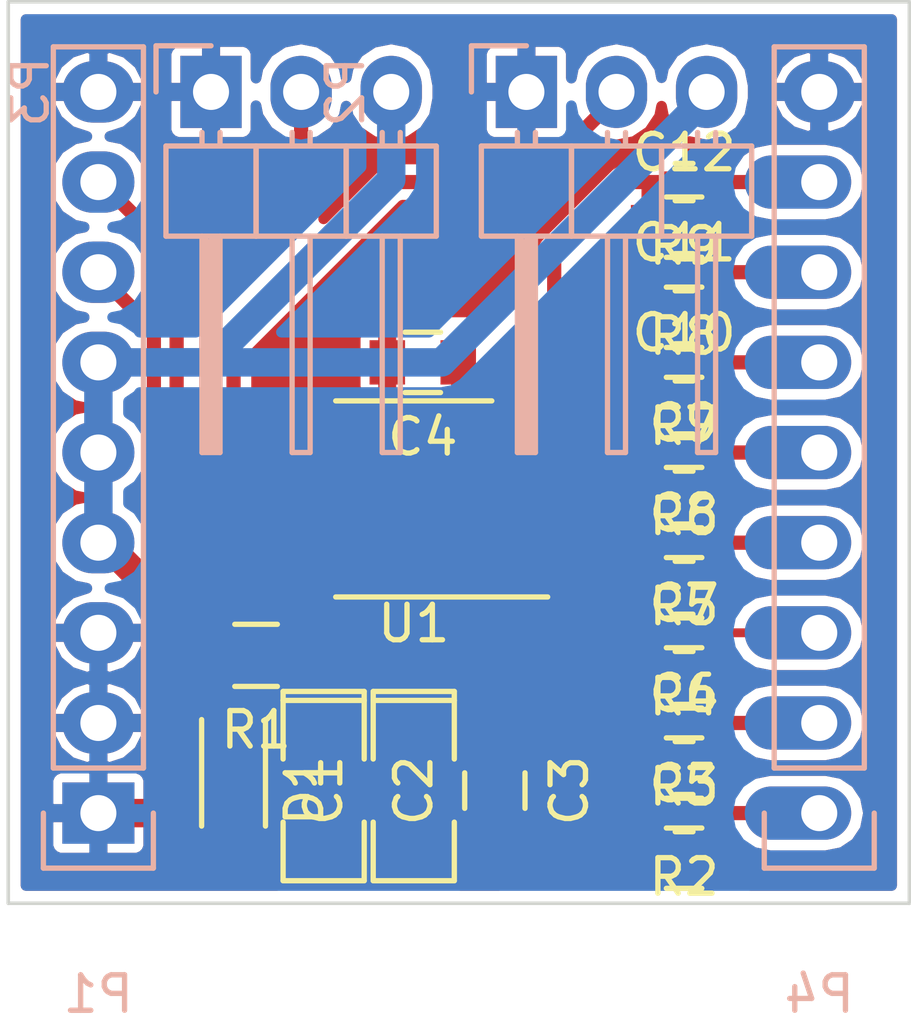
<source format=kicad_pcb>
(kicad_pcb (version 4) (host pcbnew 4.0.4-stable)

  (general
    (links 60)
    (no_connects 1)
    (area 91.389999 55.829999 116.890001 81.330001)
    (thickness 1.6)
    (drawings 4)
    (tracks 138)
    (zones 0)
    (modules 27)
    (nets 25)
  )

  (page A4)
  (layers
    (0 F.Cu signal)
    (31 B.Cu signal)
    (32 B.Adhes user)
    (33 F.Adhes user)
    (34 B.Paste user)
    (35 F.Paste user)
    (36 B.SilkS user)
    (37 F.SilkS user)
    (38 B.Mask user)
    (39 F.Mask user)
    (40 Dwgs.User user)
    (41 Cmts.User user)
    (42 Eco1.User user)
    (43 Eco2.User user)
    (44 Edge.Cuts user)
    (45 Margin user)
    (46 B.CrtYd user)
    (47 F.CrtYd user)
    (48 B.Fab user)
    (49 F.Fab user)
  )

  (setup
    (last_trace_width 0.25)
    (user_trace_width 0.4)
    (user_trace_width 0.5)
    (trace_clearance 0.2)
    (zone_clearance 0.3)
    (zone_45_only no)
    (trace_min 0.2)
    (segment_width 0.2)
    (edge_width 0.1)
    (via_size 0.6)
    (via_drill 0.4)
    (via_min_size 0.4)
    (via_min_drill 0.3)
    (uvia_size 0.3)
    (uvia_drill 0.1)
    (uvias_allowed no)
    (uvia_min_size 0.2)
    (uvia_min_drill 0.1)
    (pcb_text_width 0.3)
    (pcb_text_size 1.5 1.5)
    (mod_edge_width 0.15)
    (mod_text_size 1 1)
    (mod_text_width 0.15)
    (pad_size 3 1.5)
    (pad_drill 1.016)
    (pad_to_mask_clearance 0)
    (aux_axis_origin 0 0)
    (visible_elements 7FFCEFFF)
    (pcbplotparams
      (layerselection 0x00030_80000001)
      (usegerberextensions false)
      (excludeedgelayer true)
      (linewidth 0.100000)
      (plotframeref false)
      (viasonmask false)
      (mode 1)
      (useauxorigin false)
      (hpglpennumber 1)
      (hpglpenspeed 20)
      (hpglpendiameter 15)
      (hpglpenoverlay 2)
      (psnegative false)
      (psa4output false)
      (plotreference true)
      (plotvalue true)
      (plotinvisibletext false)
      (padsonsilk false)
      (subtractmaskfromsilk false)
      (outputformat 1)
      (mirror false)
      (drillshape 1)
      (scaleselection 1)
      (outputdirectory ""))
  )

  (net 0 "")
  (net 1 +3V3)
  (net 2 GND)
  (net 3 "Net-(C2-Pad1)")
  (net 4 "Net-(C4-Pad1)")
  (net 5 "Net-(C5-Pad1)")
  (net 6 "Net-(C6-Pad1)")
  (net 7 "Net-(C7-Pad1)")
  (net 8 "Net-(C8-Pad1)")
  (net 9 "Net-(C9-Pad1)")
  (net 10 "Net-(C10-Pad1)")
  (net 11 "Net-(C11-Pad1)")
  (net 12 "Net-(C12-Pad1)")
  (net 13 "Net-(P1-Pad7)")
  (net 14 "Net-(P1-Pad8)")
  (net 15 "Net-(P2-Pad2)")
  (net 16 "Net-(P3-Pad2)")
  (net 17 "Net-(P4-Pad1)")
  (net 18 "Net-(P4-Pad2)")
  (net 19 "Net-(P4-Pad3)")
  (net 20 "Net-(P4-Pad4)")
  (net 21 "Net-(P4-Pad5)")
  (net 22 "Net-(P4-Pad6)")
  (net 23 "Net-(P4-Pad7)")
  (net 24 "Net-(P4-Pad8)")

  (net_class Default "This is the default net class."
    (clearance 0.2)
    (trace_width 0.25)
    (via_dia 0.6)
    (via_drill 0.4)
    (uvia_dia 0.3)
    (uvia_drill 0.1)
    (add_net +3V3)
    (add_net GND)
    (add_net "Net-(C10-Pad1)")
    (add_net "Net-(C11-Pad1)")
    (add_net "Net-(C12-Pad1)")
    (add_net "Net-(C2-Pad1)")
    (add_net "Net-(C4-Pad1)")
    (add_net "Net-(C5-Pad1)")
    (add_net "Net-(C6-Pad1)")
    (add_net "Net-(C7-Pad1)")
    (add_net "Net-(C8-Pad1)")
    (add_net "Net-(C9-Pad1)")
    (add_net "Net-(P1-Pad7)")
    (add_net "Net-(P1-Pad8)")
    (add_net "Net-(P2-Pad2)")
    (add_net "Net-(P3-Pad2)")
    (add_net "Net-(P4-Pad1)")
    (add_net "Net-(P4-Pad2)")
    (add_net "Net-(P4-Pad3)")
    (add_net "Net-(P4-Pad4)")
    (add_net "Net-(P4-Pad5)")
    (add_net "Net-(P4-Pad6)")
    (add_net "Net-(P4-Pad7)")
    (add_net "Net-(P4-Pad8)")
  )

  (module Capacitors_SMD:C_0805 (layer F.Cu) (tedit 5415D6EA) (tstamp 5855CF60)
    (at 105.156 78.105 270)
    (descr "Capacitor SMD 0805, reflow soldering, AVX (see smccp.pdf)")
    (tags "capacitor 0805")
    (path /5855E0D2)
    (attr smd)
    (fp_text reference C3 (at 0 -2.1 270) (layer F.SilkS)
      (effects (font (size 1 1) (thickness 0.15)))
    )
    (fp_text value C (at 0 2.1 270) (layer F.Fab)
      (effects (font (size 1 1) (thickness 0.15)))
    )
    (fp_line (start -1 0.625) (end -1 -0.625) (layer F.Fab) (width 0.15))
    (fp_line (start 1 0.625) (end -1 0.625) (layer F.Fab) (width 0.15))
    (fp_line (start 1 -0.625) (end 1 0.625) (layer F.Fab) (width 0.15))
    (fp_line (start -1 -0.625) (end 1 -0.625) (layer F.Fab) (width 0.15))
    (fp_line (start -1.8 -1) (end 1.8 -1) (layer F.CrtYd) (width 0.05))
    (fp_line (start -1.8 1) (end 1.8 1) (layer F.CrtYd) (width 0.05))
    (fp_line (start -1.8 -1) (end -1.8 1) (layer F.CrtYd) (width 0.05))
    (fp_line (start 1.8 -1) (end 1.8 1) (layer F.CrtYd) (width 0.05))
    (fp_line (start 0.5 -0.85) (end -0.5 -0.85) (layer F.SilkS) (width 0.15))
    (fp_line (start -0.5 0.85) (end 0.5 0.85) (layer F.SilkS) (width 0.15))
    (pad 1 smd rect (at -1 0 270) (size 1 1.25) (layers F.Cu F.Paste F.Mask)
      (net 3 "Net-(C2-Pad1)"))
    (pad 2 smd rect (at 1 0 270) (size 1 1.25) (layers F.Cu F.Paste F.Mask)
      (net 2 GND))
    (model Capacitors_SMD.3dshapes/C_0805.wrl
      (at (xyz 0 0 0))
      (scale (xyz 1 1 1))
      (rotate (xyz 0 0 0))
    )
  )

  (module Capacitors_SMD:C_0805 (layer F.Cu) (tedit 5415D6EA) (tstamp 5855CF66)
    (at 103.124 66.04 180)
    (descr "Capacitor SMD 0805, reflow soldering, AVX (see smccp.pdf)")
    (tags "capacitor 0805")
    (path /5855DFCD)
    (attr smd)
    (fp_text reference C4 (at 0 -2.1 180) (layer F.SilkS)
      (effects (font (size 1 1) (thickness 0.15)))
    )
    (fp_text value C (at 0 2.1 180) (layer F.Fab)
      (effects (font (size 1 1) (thickness 0.15)))
    )
    (fp_line (start -1 0.625) (end -1 -0.625) (layer F.Fab) (width 0.15))
    (fp_line (start 1 0.625) (end -1 0.625) (layer F.Fab) (width 0.15))
    (fp_line (start 1 -0.625) (end 1 0.625) (layer F.Fab) (width 0.15))
    (fp_line (start -1 -0.625) (end 1 -0.625) (layer F.Fab) (width 0.15))
    (fp_line (start -1.8 -1) (end 1.8 -1) (layer F.CrtYd) (width 0.05))
    (fp_line (start -1.8 1) (end 1.8 1) (layer F.CrtYd) (width 0.05))
    (fp_line (start -1.8 -1) (end -1.8 1) (layer F.CrtYd) (width 0.05))
    (fp_line (start 1.8 -1) (end 1.8 1) (layer F.CrtYd) (width 0.05))
    (fp_line (start 0.5 -0.85) (end -0.5 -0.85) (layer F.SilkS) (width 0.15))
    (fp_line (start -0.5 0.85) (end 0.5 0.85) (layer F.SilkS) (width 0.15))
    (pad 1 smd rect (at -1 0 180) (size 1 1.25) (layers F.Cu F.Paste F.Mask)
      (net 4 "Net-(C4-Pad1)"))
    (pad 2 smd rect (at 1 0 180) (size 1 1.25) (layers F.Cu F.Paste F.Mask)
      (net 2 GND))
    (model Capacitors_SMD.3dshapes/C_0805.wrl
      (at (xyz 0 0 0))
      (scale (xyz 1 1 1))
      (rotate (xyz 0 0 0))
    )
  )

  (module Capacitors_SMD:C_0805 (layer F.Cu) (tedit 5415D6EA) (tstamp 5855CF6C)
    (at 110.49 80.01)
    (descr "Capacitor SMD 0805, reflow soldering, AVX (see smccp.pdf)")
    (tags "capacitor 0805")
    (path /5855DFEA)
    (attr smd)
    (fp_text reference C5 (at 0 -2.1) (layer F.SilkS)
      (effects (font (size 1 1) (thickness 0.15)))
    )
    (fp_text value C (at 0 2.1) (layer F.Fab)
      (effects (font (size 1 1) (thickness 0.15)))
    )
    (fp_line (start -1 0.625) (end -1 -0.625) (layer F.Fab) (width 0.15))
    (fp_line (start 1 0.625) (end -1 0.625) (layer F.Fab) (width 0.15))
    (fp_line (start 1 -0.625) (end 1 0.625) (layer F.Fab) (width 0.15))
    (fp_line (start -1 -0.625) (end 1 -0.625) (layer F.Fab) (width 0.15))
    (fp_line (start -1.8 -1) (end 1.8 -1) (layer F.CrtYd) (width 0.05))
    (fp_line (start -1.8 1) (end 1.8 1) (layer F.CrtYd) (width 0.05))
    (fp_line (start -1.8 -1) (end -1.8 1) (layer F.CrtYd) (width 0.05))
    (fp_line (start 1.8 -1) (end 1.8 1) (layer F.CrtYd) (width 0.05))
    (fp_line (start 0.5 -0.85) (end -0.5 -0.85) (layer F.SilkS) (width 0.15))
    (fp_line (start -0.5 0.85) (end 0.5 0.85) (layer F.SilkS) (width 0.15))
    (pad 1 smd rect (at -1 0) (size 1 1.25) (layers F.Cu F.Paste F.Mask)
      (net 5 "Net-(C5-Pad1)"))
    (pad 2 smd rect (at 1 0) (size 1 1.25) (layers F.Cu F.Paste F.Mask)
      (net 2 GND))
    (model Capacitors_SMD.3dshapes/C_0805.wrl
      (at (xyz 0 0 0))
      (scale (xyz 1 1 1))
      (rotate (xyz 0 0 0))
    )
  )

  (module Capacitors_SMD:C_0805 (layer F.Cu) (tedit 5415D6EA) (tstamp 5855CF72)
    (at 110.49 77.47)
    (descr "Capacitor SMD 0805, reflow soldering, AVX (see smccp.pdf)")
    (tags "capacitor 0805")
    (path /5855DFF1)
    (attr smd)
    (fp_text reference C6 (at 0 -2.1) (layer F.SilkS)
      (effects (font (size 1 1) (thickness 0.15)))
    )
    (fp_text value C (at 0 2.1) (layer F.Fab)
      (effects (font (size 1 1) (thickness 0.15)))
    )
    (fp_line (start -1 0.625) (end -1 -0.625) (layer F.Fab) (width 0.15))
    (fp_line (start 1 0.625) (end -1 0.625) (layer F.Fab) (width 0.15))
    (fp_line (start 1 -0.625) (end 1 0.625) (layer F.Fab) (width 0.15))
    (fp_line (start -1 -0.625) (end 1 -0.625) (layer F.Fab) (width 0.15))
    (fp_line (start -1.8 -1) (end 1.8 -1) (layer F.CrtYd) (width 0.05))
    (fp_line (start -1.8 1) (end 1.8 1) (layer F.CrtYd) (width 0.05))
    (fp_line (start -1.8 -1) (end -1.8 1) (layer F.CrtYd) (width 0.05))
    (fp_line (start 1.8 -1) (end 1.8 1) (layer F.CrtYd) (width 0.05))
    (fp_line (start 0.5 -0.85) (end -0.5 -0.85) (layer F.SilkS) (width 0.15))
    (fp_line (start -0.5 0.85) (end 0.5 0.85) (layer F.SilkS) (width 0.15))
    (pad 1 smd rect (at -1 0) (size 1 1.25) (layers F.Cu F.Paste F.Mask)
      (net 6 "Net-(C6-Pad1)"))
    (pad 2 smd rect (at 1 0) (size 1 1.25) (layers F.Cu F.Paste F.Mask)
      (net 2 GND))
    (model Capacitors_SMD.3dshapes/C_0805.wrl
      (at (xyz 0 0 0))
      (scale (xyz 1 1 1))
      (rotate (xyz 0 0 0))
    )
  )

  (module Capacitors_SMD:C_0805 (layer F.Cu) (tedit 5415D6EA) (tstamp 5855CF78)
    (at 110.49 74.93)
    (descr "Capacitor SMD 0805, reflow soldering, AVX (see smccp.pdf)")
    (tags "capacitor 0805")
    (path /5855DFF8)
    (attr smd)
    (fp_text reference C7 (at 0 -2.1) (layer F.SilkS)
      (effects (font (size 1 1) (thickness 0.15)))
    )
    (fp_text value C (at 0 2.1) (layer F.Fab)
      (effects (font (size 1 1) (thickness 0.15)))
    )
    (fp_line (start -1 0.625) (end -1 -0.625) (layer F.Fab) (width 0.15))
    (fp_line (start 1 0.625) (end -1 0.625) (layer F.Fab) (width 0.15))
    (fp_line (start 1 -0.625) (end 1 0.625) (layer F.Fab) (width 0.15))
    (fp_line (start -1 -0.625) (end 1 -0.625) (layer F.Fab) (width 0.15))
    (fp_line (start -1.8 -1) (end 1.8 -1) (layer F.CrtYd) (width 0.05))
    (fp_line (start -1.8 1) (end 1.8 1) (layer F.CrtYd) (width 0.05))
    (fp_line (start -1.8 -1) (end -1.8 1) (layer F.CrtYd) (width 0.05))
    (fp_line (start 1.8 -1) (end 1.8 1) (layer F.CrtYd) (width 0.05))
    (fp_line (start 0.5 -0.85) (end -0.5 -0.85) (layer F.SilkS) (width 0.15))
    (fp_line (start -0.5 0.85) (end 0.5 0.85) (layer F.SilkS) (width 0.15))
    (pad 1 smd rect (at -1 0) (size 1 1.25) (layers F.Cu F.Paste F.Mask)
      (net 7 "Net-(C7-Pad1)"))
    (pad 2 smd rect (at 1 0) (size 1 1.25) (layers F.Cu F.Paste F.Mask)
      (net 2 GND))
    (model Capacitors_SMD.3dshapes/C_0805.wrl
      (at (xyz 0 0 0))
      (scale (xyz 1 1 1))
      (rotate (xyz 0 0 0))
    )
  )

  (module Capacitors_SMD:C_0805 (layer F.Cu) (tedit 5415D6EA) (tstamp 5855CF7E)
    (at 110.49 72.39)
    (descr "Capacitor SMD 0805, reflow soldering, AVX (see smccp.pdf)")
    (tags "capacitor 0805")
    (path /5855DFFF)
    (attr smd)
    (fp_text reference C8 (at 0 -2.1) (layer F.SilkS)
      (effects (font (size 1 1) (thickness 0.15)))
    )
    (fp_text value C (at 0 2.1) (layer F.Fab)
      (effects (font (size 1 1) (thickness 0.15)))
    )
    (fp_line (start -1 0.625) (end -1 -0.625) (layer F.Fab) (width 0.15))
    (fp_line (start 1 0.625) (end -1 0.625) (layer F.Fab) (width 0.15))
    (fp_line (start 1 -0.625) (end 1 0.625) (layer F.Fab) (width 0.15))
    (fp_line (start -1 -0.625) (end 1 -0.625) (layer F.Fab) (width 0.15))
    (fp_line (start -1.8 -1) (end 1.8 -1) (layer F.CrtYd) (width 0.05))
    (fp_line (start -1.8 1) (end 1.8 1) (layer F.CrtYd) (width 0.05))
    (fp_line (start -1.8 -1) (end -1.8 1) (layer F.CrtYd) (width 0.05))
    (fp_line (start 1.8 -1) (end 1.8 1) (layer F.CrtYd) (width 0.05))
    (fp_line (start 0.5 -0.85) (end -0.5 -0.85) (layer F.SilkS) (width 0.15))
    (fp_line (start -0.5 0.85) (end 0.5 0.85) (layer F.SilkS) (width 0.15))
    (pad 1 smd rect (at -1 0) (size 1 1.25) (layers F.Cu F.Paste F.Mask)
      (net 8 "Net-(C8-Pad1)"))
    (pad 2 smd rect (at 1 0) (size 1 1.25) (layers F.Cu F.Paste F.Mask)
      (net 2 GND))
    (model Capacitors_SMD.3dshapes/C_0805.wrl
      (at (xyz 0 0 0))
      (scale (xyz 1 1 1))
      (rotate (xyz 0 0 0))
    )
  )

  (module Capacitors_SMD:C_0805 (layer F.Cu) (tedit 5415D6EA) (tstamp 5855CF84)
    (at 110.49 69.85)
    (descr "Capacitor SMD 0805, reflow soldering, AVX (see smccp.pdf)")
    (tags "capacitor 0805")
    (path /5855E006)
    (attr smd)
    (fp_text reference C9 (at 0 -2.1) (layer F.SilkS)
      (effects (font (size 1 1) (thickness 0.15)))
    )
    (fp_text value C (at 0 2.1) (layer F.Fab)
      (effects (font (size 1 1) (thickness 0.15)))
    )
    (fp_line (start -1 0.625) (end -1 -0.625) (layer F.Fab) (width 0.15))
    (fp_line (start 1 0.625) (end -1 0.625) (layer F.Fab) (width 0.15))
    (fp_line (start 1 -0.625) (end 1 0.625) (layer F.Fab) (width 0.15))
    (fp_line (start -1 -0.625) (end 1 -0.625) (layer F.Fab) (width 0.15))
    (fp_line (start -1.8 -1) (end 1.8 -1) (layer F.CrtYd) (width 0.05))
    (fp_line (start -1.8 1) (end 1.8 1) (layer F.CrtYd) (width 0.05))
    (fp_line (start -1.8 -1) (end -1.8 1) (layer F.CrtYd) (width 0.05))
    (fp_line (start 1.8 -1) (end 1.8 1) (layer F.CrtYd) (width 0.05))
    (fp_line (start 0.5 -0.85) (end -0.5 -0.85) (layer F.SilkS) (width 0.15))
    (fp_line (start -0.5 0.85) (end 0.5 0.85) (layer F.SilkS) (width 0.15))
    (pad 1 smd rect (at -1 0) (size 1 1.25) (layers F.Cu F.Paste F.Mask)
      (net 9 "Net-(C9-Pad1)"))
    (pad 2 smd rect (at 1 0) (size 1 1.25) (layers F.Cu F.Paste F.Mask)
      (net 2 GND))
    (model Capacitors_SMD.3dshapes/C_0805.wrl
      (at (xyz 0 0 0))
      (scale (xyz 1 1 1))
      (rotate (xyz 0 0 0))
    )
  )

  (module Capacitors_SMD:C_0805 (layer F.Cu) (tedit 5415D6EA) (tstamp 5855CF8A)
    (at 110.49 67.31)
    (descr "Capacitor SMD 0805, reflow soldering, AVX (see smccp.pdf)")
    (tags "capacitor 0805")
    (path /5855E00D)
    (attr smd)
    (fp_text reference C10 (at 0 -2.1) (layer F.SilkS)
      (effects (font (size 1 1) (thickness 0.15)))
    )
    (fp_text value C (at 0 2.1) (layer F.Fab)
      (effects (font (size 1 1) (thickness 0.15)))
    )
    (fp_line (start -1 0.625) (end -1 -0.625) (layer F.Fab) (width 0.15))
    (fp_line (start 1 0.625) (end -1 0.625) (layer F.Fab) (width 0.15))
    (fp_line (start 1 -0.625) (end 1 0.625) (layer F.Fab) (width 0.15))
    (fp_line (start -1 -0.625) (end 1 -0.625) (layer F.Fab) (width 0.15))
    (fp_line (start -1.8 -1) (end 1.8 -1) (layer F.CrtYd) (width 0.05))
    (fp_line (start -1.8 1) (end 1.8 1) (layer F.CrtYd) (width 0.05))
    (fp_line (start -1.8 -1) (end -1.8 1) (layer F.CrtYd) (width 0.05))
    (fp_line (start 1.8 -1) (end 1.8 1) (layer F.CrtYd) (width 0.05))
    (fp_line (start 0.5 -0.85) (end -0.5 -0.85) (layer F.SilkS) (width 0.15))
    (fp_line (start -0.5 0.85) (end 0.5 0.85) (layer F.SilkS) (width 0.15))
    (pad 1 smd rect (at -1 0) (size 1 1.25) (layers F.Cu F.Paste F.Mask)
      (net 10 "Net-(C10-Pad1)"))
    (pad 2 smd rect (at 1 0) (size 1 1.25) (layers F.Cu F.Paste F.Mask)
      (net 2 GND))
    (model Capacitors_SMD.3dshapes/C_0805.wrl
      (at (xyz 0 0 0))
      (scale (xyz 1 1 1))
      (rotate (xyz 0 0 0))
    )
  )

  (module Capacitors_SMD:C_0805 (layer F.Cu) (tedit 5415D6EA) (tstamp 5855CF90)
    (at 110.49 64.77)
    (descr "Capacitor SMD 0805, reflow soldering, AVX (see smccp.pdf)")
    (tags "capacitor 0805")
    (path /5855E014)
    (attr smd)
    (fp_text reference C11 (at 0 -2.1) (layer F.SilkS)
      (effects (font (size 1 1) (thickness 0.15)))
    )
    (fp_text value C (at 0 2.1) (layer F.Fab)
      (effects (font (size 1 1) (thickness 0.15)))
    )
    (fp_line (start -1 0.625) (end -1 -0.625) (layer F.Fab) (width 0.15))
    (fp_line (start 1 0.625) (end -1 0.625) (layer F.Fab) (width 0.15))
    (fp_line (start 1 -0.625) (end 1 0.625) (layer F.Fab) (width 0.15))
    (fp_line (start -1 -0.625) (end 1 -0.625) (layer F.Fab) (width 0.15))
    (fp_line (start -1.8 -1) (end 1.8 -1) (layer F.CrtYd) (width 0.05))
    (fp_line (start -1.8 1) (end 1.8 1) (layer F.CrtYd) (width 0.05))
    (fp_line (start -1.8 -1) (end -1.8 1) (layer F.CrtYd) (width 0.05))
    (fp_line (start 1.8 -1) (end 1.8 1) (layer F.CrtYd) (width 0.05))
    (fp_line (start 0.5 -0.85) (end -0.5 -0.85) (layer F.SilkS) (width 0.15))
    (fp_line (start -0.5 0.85) (end 0.5 0.85) (layer F.SilkS) (width 0.15))
    (pad 1 smd rect (at -1 0) (size 1 1.25) (layers F.Cu F.Paste F.Mask)
      (net 11 "Net-(C11-Pad1)"))
    (pad 2 smd rect (at 1 0) (size 1 1.25) (layers F.Cu F.Paste F.Mask)
      (net 2 GND))
    (model Capacitors_SMD.3dshapes/C_0805.wrl
      (at (xyz 0 0 0))
      (scale (xyz 1 1 1))
      (rotate (xyz 0 0 0))
    )
  )

  (module Capacitors_SMD:C_0805 (layer F.Cu) (tedit 5415D6EA) (tstamp 5855CF96)
    (at 110.49 62.23)
    (descr "Capacitor SMD 0805, reflow soldering, AVX (see smccp.pdf)")
    (tags "capacitor 0805")
    (path /5855E01B)
    (attr smd)
    (fp_text reference C12 (at 0 -2.1) (layer F.SilkS)
      (effects (font (size 1 1) (thickness 0.15)))
    )
    (fp_text value C (at 0 2.1) (layer F.Fab)
      (effects (font (size 1 1) (thickness 0.15)))
    )
    (fp_line (start -1 0.625) (end -1 -0.625) (layer F.Fab) (width 0.15))
    (fp_line (start 1 0.625) (end -1 0.625) (layer F.Fab) (width 0.15))
    (fp_line (start 1 -0.625) (end 1 0.625) (layer F.Fab) (width 0.15))
    (fp_line (start -1 -0.625) (end 1 -0.625) (layer F.Fab) (width 0.15))
    (fp_line (start -1.8 -1) (end 1.8 -1) (layer F.CrtYd) (width 0.05))
    (fp_line (start -1.8 1) (end 1.8 1) (layer F.CrtYd) (width 0.05))
    (fp_line (start -1.8 -1) (end -1.8 1) (layer F.CrtYd) (width 0.05))
    (fp_line (start 1.8 -1) (end 1.8 1) (layer F.CrtYd) (width 0.05))
    (fp_line (start 0.5 -0.85) (end -0.5 -0.85) (layer F.SilkS) (width 0.15))
    (fp_line (start -0.5 0.85) (end 0.5 0.85) (layer F.SilkS) (width 0.15))
    (pad 1 smd rect (at -1 0) (size 1 1.25) (layers F.Cu F.Paste F.Mask)
      (net 12 "Net-(C12-Pad1)"))
    (pad 2 smd rect (at 1 0) (size 1 1.25) (layers F.Cu F.Paste F.Mask)
      (net 2 GND))
    (model Capacitors_SMD.3dshapes/C_0805.wrl
      (at (xyz 0 0 0))
      (scale (xyz 1 1 1))
      (rotate (xyz 0 0 0))
    )
  )

  (module Diodes_SMD:SOD-123 (layer F.Cu) (tedit 5753A53E) (tstamp 5855CF9C)
    (at 97.79 78.105 270)
    (descr SOD-123)
    (tags SOD-123)
    (path /5855E0DD)
    (attr smd)
    (fp_text reference D1 (at 0 -2 270) (layer F.SilkS)
      (effects (font (size 1 1) (thickness 0.15)))
    )
    (fp_text value 3.3V (at 0 2.1 270) (layer F.Fab)
      (effects (font (size 1 1) (thickness 0.15)))
    )
    (fp_line (start 0.25 0) (end 0.75 0) (layer F.Fab) (width 0.15))
    (fp_line (start 0.25 0.4) (end -0.35 0) (layer F.Fab) (width 0.15))
    (fp_line (start 0.25 -0.4) (end 0.25 0.4) (layer F.Fab) (width 0.15))
    (fp_line (start -0.35 0) (end 0.25 -0.4) (layer F.Fab) (width 0.15))
    (fp_line (start -0.35 0) (end -0.35 0.55) (layer F.Fab) (width 0.15))
    (fp_line (start -0.35 0) (end -0.35 -0.55) (layer F.Fab) (width 0.15))
    (fp_line (start -0.75 0) (end -0.35 0) (layer F.Fab) (width 0.15))
    (fp_line (start -1.35 0.8) (end -1.35 -0.8) (layer F.Fab) (width 0.15))
    (fp_line (start 1.35 0.8) (end -1.35 0.8) (layer F.Fab) (width 0.15))
    (fp_line (start 1.35 -0.8) (end 1.35 0.8) (layer F.Fab) (width 0.15))
    (fp_line (start -1.35 -0.8) (end 1.35 -0.8) (layer F.Fab) (width 0.15))
    (fp_line (start -2.25 -1.05) (end 2.25 -1.05) (layer F.CrtYd) (width 0.05))
    (fp_line (start 2.25 -1.05) (end 2.25 1.05) (layer F.CrtYd) (width 0.05))
    (fp_line (start 2.25 1.05) (end -2.25 1.05) (layer F.CrtYd) (width 0.05))
    (fp_line (start -2.25 -1.05) (end -2.25 1.05) (layer F.CrtYd) (width 0.05))
    (fp_line (start -2 0.9) (end 1 0.9) (layer F.SilkS) (width 0.15))
    (fp_line (start -2 -0.9) (end 1 -0.9) (layer F.SilkS) (width 0.15))
    (pad 1 smd rect (at -1.635 0 270) (size 0.91 1.22) (layers F.Cu F.Paste F.Mask)
      (net 1 +3V3))
    (pad 2 smd rect (at 1.635 0 270) (size 0.91 1.22) (layers F.Cu F.Paste F.Mask)
      (net 2 GND))
    (model ${KISYS3DMOD}/Diodes_SMD.3dshapes/SOD-123.wrl
      (at (xyz 0 0 0))
      (scale (xyz 1 1 1))
      (rotate (xyz 0 0 0))
    )
  )

  (module Housings_SSOP:TSSOP-16_4.4x5mm_Pitch0.65mm (layer F.Cu) (tedit 54130A77) (tstamp 5855D00C)
    (at 102.87 69.85 180)
    (descr "16-Lead Plastic Thin Shrink Small Outline (ST)-4.4 mm Body [TSSOP] (see Microchip Packaging Specification 00000049BS.pdf)")
    (tags "SSOP 0.65")
    (path /5855DFE2)
    (attr smd)
    (fp_text reference U1 (at 0 -3.55 180) (layer F.SilkS)
      (effects (font (size 1 1) (thickness 0.15)))
    )
    (fp_text value ADS7828 (at 0 3.55 180) (layer F.Fab)
      (effects (font (size 1 1) (thickness 0.15)))
    )
    (fp_line (start -1.2 -2.5) (end 2.2 -2.5) (layer F.Fab) (width 0.15))
    (fp_line (start 2.2 -2.5) (end 2.2 2.5) (layer F.Fab) (width 0.15))
    (fp_line (start 2.2 2.5) (end -2.2 2.5) (layer F.Fab) (width 0.15))
    (fp_line (start -2.2 2.5) (end -2.2 -1.5) (layer F.Fab) (width 0.15))
    (fp_line (start -2.2 -1.5) (end -1.2 -2.5) (layer F.Fab) (width 0.15))
    (fp_line (start -3.95 -2.9) (end -3.95 2.8) (layer F.CrtYd) (width 0.05))
    (fp_line (start 3.95 -2.9) (end 3.95 2.8) (layer F.CrtYd) (width 0.05))
    (fp_line (start -3.95 -2.9) (end 3.95 -2.9) (layer F.CrtYd) (width 0.05))
    (fp_line (start -3.95 2.8) (end 3.95 2.8) (layer F.CrtYd) (width 0.05))
    (fp_line (start -2.2 2.725) (end 2.2 2.725) (layer F.SilkS) (width 0.15))
    (fp_line (start -3.775 -2.8) (end 2.2 -2.8) (layer F.SilkS) (width 0.15))
    (pad 1 smd rect (at -2.95 -2.275 180) (size 1.5 0.45) (layers F.Cu F.Paste F.Mask)
      (net 5 "Net-(C5-Pad1)"))
    (pad 2 smd rect (at -2.95 -1.625 180) (size 1.5 0.45) (layers F.Cu F.Paste F.Mask)
      (net 6 "Net-(C6-Pad1)"))
    (pad 3 smd rect (at -2.95 -0.975 180) (size 1.5 0.45) (layers F.Cu F.Paste F.Mask)
      (net 7 "Net-(C7-Pad1)"))
    (pad 4 smd rect (at -2.95 -0.325 180) (size 1.5 0.45) (layers F.Cu F.Paste F.Mask)
      (net 8 "Net-(C8-Pad1)"))
    (pad 5 smd rect (at -2.95 0.325 180) (size 1.5 0.45) (layers F.Cu F.Paste F.Mask)
      (net 9 "Net-(C9-Pad1)"))
    (pad 6 smd rect (at -2.95 0.975 180) (size 1.5 0.45) (layers F.Cu F.Paste F.Mask)
      (net 10 "Net-(C10-Pad1)"))
    (pad 7 smd rect (at -2.95 1.625 180) (size 1.5 0.45) (layers F.Cu F.Paste F.Mask)
      (net 11 "Net-(C11-Pad1)"))
    (pad 8 smd rect (at -2.95 2.275 180) (size 1.5 0.45) (layers F.Cu F.Paste F.Mask)
      (net 12 "Net-(C12-Pad1)"))
    (pad 9 smd rect (at 2.95 2.275 180) (size 1.5 0.45) (layers F.Cu F.Paste F.Mask)
      (net 2 GND))
    (pad 10 smd rect (at 2.95 1.625 180) (size 1.5 0.45) (layers F.Cu F.Paste F.Mask)
      (net 4 "Net-(C4-Pad1)"))
    (pad 11 smd rect (at 2.95 0.975 180) (size 1.5 0.45) (layers F.Cu F.Paste F.Mask)
      (net 2 GND))
    (pad 12 smd rect (at 2.95 0.325 180) (size 1.5 0.45) (layers F.Cu F.Paste F.Mask)
      (net 15 "Net-(P2-Pad2)"))
    (pad 13 smd rect (at 2.95 -0.325 180) (size 1.5 0.45) (layers F.Cu F.Paste F.Mask)
      (net 16 "Net-(P3-Pad2)"))
    (pad 14 smd rect (at 2.95 -0.975 180) (size 1.5 0.45) (layers F.Cu F.Paste F.Mask)
      (net 14 "Net-(P1-Pad8)"))
    (pad 15 smd rect (at 2.95 -1.625 180) (size 1.5 0.45) (layers F.Cu F.Paste F.Mask)
      (net 13 "Net-(P1-Pad7)"))
    (pad 16 smd rect (at 2.95 -2.275 180) (size 1.5 0.45) (layers F.Cu F.Paste F.Mask)
      (net 3 "Net-(C2-Pad1)"))
    (model Housings_SSOP.3dshapes/TSSOP-16_4.4x5mm_Pitch0.65mm.wrl
      (at (xyz 0 0 0))
      (scale (xyz 1 1 1))
      (rotate (xyz 0 0 0))
    )
  )

  (module Resistors_SMD:R_0805 (layer F.Cu) (tedit 58307B54) (tstamp 5855D785)
    (at 98.425 74.295 180)
    (descr "Resistor SMD 0805, reflow soldering, Vishay (see dcrcw.pdf)")
    (tags "resistor 0805")
    (path /5855DFBA)
    (attr smd)
    (fp_text reference R1 (at 0 -2.1 180) (layer F.SilkS)
      (effects (font (size 1 1) (thickness 0.15)))
    )
    (fp_text value R (at 0 2.1 180) (layer F.Fab)
      (effects (font (size 1 1) (thickness 0.15)))
    )
    (fp_line (start -1 0.625) (end -1 -0.625) (layer F.Fab) (width 0.1))
    (fp_line (start 1 0.625) (end -1 0.625) (layer F.Fab) (width 0.1))
    (fp_line (start 1 -0.625) (end 1 0.625) (layer F.Fab) (width 0.1))
    (fp_line (start -1 -0.625) (end 1 -0.625) (layer F.Fab) (width 0.1))
    (fp_line (start -1.6 -1) (end 1.6 -1) (layer F.CrtYd) (width 0.05))
    (fp_line (start -1.6 1) (end 1.6 1) (layer F.CrtYd) (width 0.05))
    (fp_line (start -1.6 -1) (end -1.6 1) (layer F.CrtYd) (width 0.05))
    (fp_line (start 1.6 -1) (end 1.6 1) (layer F.CrtYd) (width 0.05))
    (fp_line (start 0.6 0.875) (end -0.6 0.875) (layer F.SilkS) (width 0.15))
    (fp_line (start -0.6 -0.875) (end 0.6 -0.875) (layer F.SilkS) (width 0.15))
    (pad 1 smd rect (at -0.95 0 180) (size 0.7 1.3) (layers F.Cu F.Paste F.Mask)
      (net 3 "Net-(C2-Pad1)"))
    (pad 2 smd rect (at 0.95 0 180) (size 0.7 1.3) (layers F.Cu F.Paste F.Mask)
      (net 1 +3V3))
    (model Resistors_SMD.3dshapes/R_0805.wrl
      (at (xyz 0 0 0))
      (scale (xyz 1 1 1))
      (rotate (xyz 0 0 0))
    )
  )

  (module SMD_Packages:SMD-1206_Pol (layer F.Cu) (tedit 0) (tstamp 5855DC90)
    (at 100.33 78.105 270)
    (path /5855DFDB)
    (attr smd)
    (fp_text reference C1 (at 0 0 270) (layer F.SilkS)
      (effects (font (size 1 1) (thickness 0.15)))
    )
    (fp_text value CP (at 0 0 270) (layer F.Fab)
      (effects (font (size 1 1) (thickness 0.15)))
    )
    (fp_line (start -2.54 -1.143) (end -2.794 -1.143) (layer F.SilkS) (width 0.15))
    (fp_line (start -2.794 -1.143) (end -2.794 1.143) (layer F.SilkS) (width 0.15))
    (fp_line (start -2.794 1.143) (end -2.54 1.143) (layer F.SilkS) (width 0.15))
    (fp_line (start -2.54 -1.143) (end -2.54 1.143) (layer F.SilkS) (width 0.15))
    (fp_line (start -2.54 1.143) (end -0.889 1.143) (layer F.SilkS) (width 0.15))
    (fp_line (start 0.889 -1.143) (end 2.54 -1.143) (layer F.SilkS) (width 0.15))
    (fp_line (start 2.54 -1.143) (end 2.54 1.143) (layer F.SilkS) (width 0.15))
    (fp_line (start 2.54 1.143) (end 0.889 1.143) (layer F.SilkS) (width 0.15))
    (fp_line (start -0.889 -1.143) (end -2.54 -1.143) (layer F.SilkS) (width 0.15))
    (pad 1 smd rect (at -1.651 0 270) (size 1.524 2.032) (layers F.Cu F.Paste F.Mask)
      (net 1 +3V3))
    (pad 2 smd rect (at 1.651 0 270) (size 1.524 2.032) (layers F.Cu F.Paste F.Mask)
      (net 2 GND))
    (model SMD_Packages.3dshapes/SMD-1206_Pol.wrl
      (at (xyz 0 0 0))
      (scale (xyz 0.17 0.16 0.16))
      (rotate (xyz 0 0 0))
    )
  )

  (module SMD_Packages:SMD-1206_Pol (layer F.Cu) (tedit 0) (tstamp 5855DC95)
    (at 102.87 78.105 270)
    (path /5855DFD4)
    (attr smd)
    (fp_text reference C2 (at 0 0 270) (layer F.SilkS)
      (effects (font (size 1 1) (thickness 0.15)))
    )
    (fp_text value CP (at 0 0 270) (layer F.Fab)
      (effects (font (size 1 1) (thickness 0.15)))
    )
    (fp_line (start -2.54 -1.143) (end -2.794 -1.143) (layer F.SilkS) (width 0.15))
    (fp_line (start -2.794 -1.143) (end -2.794 1.143) (layer F.SilkS) (width 0.15))
    (fp_line (start -2.794 1.143) (end -2.54 1.143) (layer F.SilkS) (width 0.15))
    (fp_line (start -2.54 -1.143) (end -2.54 1.143) (layer F.SilkS) (width 0.15))
    (fp_line (start -2.54 1.143) (end -0.889 1.143) (layer F.SilkS) (width 0.15))
    (fp_line (start 0.889 -1.143) (end 2.54 -1.143) (layer F.SilkS) (width 0.15))
    (fp_line (start 2.54 -1.143) (end 2.54 1.143) (layer F.SilkS) (width 0.15))
    (fp_line (start 2.54 1.143) (end 0.889 1.143) (layer F.SilkS) (width 0.15))
    (fp_line (start -0.889 -1.143) (end -2.54 -1.143) (layer F.SilkS) (width 0.15))
    (pad 1 smd rect (at -1.651 0 270) (size 1.524 2.032) (layers F.Cu F.Paste F.Mask)
      (net 3 "Net-(C2-Pad1)"))
    (pad 2 smd rect (at 1.651 0 270) (size 1.524 2.032) (layers F.Cu F.Paste F.Mask)
      (net 2 GND))
    (model SMD_Packages.3dshapes/SMD-1206_Pol.wrl
      (at (xyz 0 0 0))
      (scale (xyz 0.17 0.16 0.16))
      (rotate (xyz 0 0 0))
    )
  )

  (module Resistors_SMD:R_0402 (layer F.Cu) (tedit 58307A8A) (tstamp 585683FD)
    (at 110.49 78.74 180)
    (descr "Resistor SMD 0402, reflow soldering, Vishay (see dcrcw.pdf)")
    (tags "resistor 0402")
    (path /5855E050)
    (attr smd)
    (fp_text reference R2 (at 0 -1.8 180) (layer F.SilkS)
      (effects (font (size 1 1) (thickness 0.15)))
    )
    (fp_text value R (at 0 1.8 180) (layer F.Fab)
      (effects (font (size 1 1) (thickness 0.15)))
    )
    (fp_line (start -0.5 0.25) (end -0.5 -0.25) (layer F.Fab) (width 0.1))
    (fp_line (start 0.5 0.25) (end -0.5 0.25) (layer F.Fab) (width 0.1))
    (fp_line (start 0.5 -0.25) (end 0.5 0.25) (layer F.Fab) (width 0.1))
    (fp_line (start -0.5 -0.25) (end 0.5 -0.25) (layer F.Fab) (width 0.1))
    (fp_line (start -0.95 -0.65) (end 0.95 -0.65) (layer F.CrtYd) (width 0.05))
    (fp_line (start -0.95 0.65) (end 0.95 0.65) (layer F.CrtYd) (width 0.05))
    (fp_line (start -0.95 -0.65) (end -0.95 0.65) (layer F.CrtYd) (width 0.05))
    (fp_line (start 0.95 -0.65) (end 0.95 0.65) (layer F.CrtYd) (width 0.05))
    (fp_line (start 0.25 -0.525) (end -0.25 -0.525) (layer F.SilkS) (width 0.15))
    (fp_line (start -0.25 0.525) (end 0.25 0.525) (layer F.SilkS) (width 0.15))
    (pad 1 smd rect (at -0.45 0 180) (size 0.4 0.6) (layers F.Cu F.Paste F.Mask)
      (net 17 "Net-(P4-Pad1)"))
    (pad 2 smd rect (at 0.45 0 180) (size 0.4 0.6) (layers F.Cu F.Paste F.Mask)
      (net 5 "Net-(C5-Pad1)"))
    (model Resistors_SMD.3dshapes/R_0402.wrl
      (at (xyz 0 0 0))
      (scale (xyz 1 1 1))
      (rotate (xyz 0 0 0))
    )
  )

  (module Resistors_SMD:R_0402 (layer F.Cu) (tedit 58307A8A) (tstamp 58568402)
    (at 110.49 76.2 180)
    (descr "Resistor SMD 0402, reflow soldering, Vishay (see dcrcw.pdf)")
    (tags "resistor 0402")
    (path /5855E057)
    (attr smd)
    (fp_text reference R3 (at 0 -1.8 180) (layer F.SilkS)
      (effects (font (size 1 1) (thickness 0.15)))
    )
    (fp_text value R (at 0 1.8 180) (layer F.Fab)
      (effects (font (size 1 1) (thickness 0.15)))
    )
    (fp_line (start -0.5 0.25) (end -0.5 -0.25) (layer F.Fab) (width 0.1))
    (fp_line (start 0.5 0.25) (end -0.5 0.25) (layer F.Fab) (width 0.1))
    (fp_line (start 0.5 -0.25) (end 0.5 0.25) (layer F.Fab) (width 0.1))
    (fp_line (start -0.5 -0.25) (end 0.5 -0.25) (layer F.Fab) (width 0.1))
    (fp_line (start -0.95 -0.65) (end 0.95 -0.65) (layer F.CrtYd) (width 0.05))
    (fp_line (start -0.95 0.65) (end 0.95 0.65) (layer F.CrtYd) (width 0.05))
    (fp_line (start -0.95 -0.65) (end -0.95 0.65) (layer F.CrtYd) (width 0.05))
    (fp_line (start 0.95 -0.65) (end 0.95 0.65) (layer F.CrtYd) (width 0.05))
    (fp_line (start 0.25 -0.525) (end -0.25 -0.525) (layer F.SilkS) (width 0.15))
    (fp_line (start -0.25 0.525) (end 0.25 0.525) (layer F.SilkS) (width 0.15))
    (pad 1 smd rect (at -0.45 0 180) (size 0.4 0.6) (layers F.Cu F.Paste F.Mask)
      (net 18 "Net-(P4-Pad2)"))
    (pad 2 smd rect (at 0.45 0 180) (size 0.4 0.6) (layers F.Cu F.Paste F.Mask)
      (net 6 "Net-(C6-Pad1)"))
    (model Resistors_SMD.3dshapes/R_0402.wrl
      (at (xyz 0 0 0))
      (scale (xyz 1 1 1))
      (rotate (xyz 0 0 0))
    )
  )

  (module Resistors_SMD:R_0402 (layer F.Cu) (tedit 58307A8A) (tstamp 58568407)
    (at 110.49 73.66 180)
    (descr "Resistor SMD 0402, reflow soldering, Vishay (see dcrcw.pdf)")
    (tags "resistor 0402")
    (path /5855E05E)
    (attr smd)
    (fp_text reference R4 (at 0 -1.8 180) (layer F.SilkS)
      (effects (font (size 1 1) (thickness 0.15)))
    )
    (fp_text value R (at 0 1.8 180) (layer F.Fab)
      (effects (font (size 1 1) (thickness 0.15)))
    )
    (fp_line (start -0.5 0.25) (end -0.5 -0.25) (layer F.Fab) (width 0.1))
    (fp_line (start 0.5 0.25) (end -0.5 0.25) (layer F.Fab) (width 0.1))
    (fp_line (start 0.5 -0.25) (end 0.5 0.25) (layer F.Fab) (width 0.1))
    (fp_line (start -0.5 -0.25) (end 0.5 -0.25) (layer F.Fab) (width 0.1))
    (fp_line (start -0.95 -0.65) (end 0.95 -0.65) (layer F.CrtYd) (width 0.05))
    (fp_line (start -0.95 0.65) (end 0.95 0.65) (layer F.CrtYd) (width 0.05))
    (fp_line (start -0.95 -0.65) (end -0.95 0.65) (layer F.CrtYd) (width 0.05))
    (fp_line (start 0.95 -0.65) (end 0.95 0.65) (layer F.CrtYd) (width 0.05))
    (fp_line (start 0.25 -0.525) (end -0.25 -0.525) (layer F.SilkS) (width 0.15))
    (fp_line (start -0.25 0.525) (end 0.25 0.525) (layer F.SilkS) (width 0.15))
    (pad 1 smd rect (at -0.45 0 180) (size 0.4 0.6) (layers F.Cu F.Paste F.Mask)
      (net 19 "Net-(P4-Pad3)"))
    (pad 2 smd rect (at 0.45 0 180) (size 0.4 0.6) (layers F.Cu F.Paste F.Mask)
      (net 7 "Net-(C7-Pad1)"))
    (model Resistors_SMD.3dshapes/R_0402.wrl
      (at (xyz 0 0 0))
      (scale (xyz 1 1 1))
      (rotate (xyz 0 0 0))
    )
  )

  (module Resistors_SMD:R_0402 (layer F.Cu) (tedit 58307A8A) (tstamp 5856840C)
    (at 110.49 71.12 180)
    (descr "Resistor SMD 0402, reflow soldering, Vishay (see dcrcw.pdf)")
    (tags "resistor 0402")
    (path /5855E065)
    (attr smd)
    (fp_text reference R5 (at 0 -1.8 180) (layer F.SilkS)
      (effects (font (size 1 1) (thickness 0.15)))
    )
    (fp_text value R (at 0 1.8 180) (layer F.Fab)
      (effects (font (size 1 1) (thickness 0.15)))
    )
    (fp_line (start -0.5 0.25) (end -0.5 -0.25) (layer F.Fab) (width 0.1))
    (fp_line (start 0.5 0.25) (end -0.5 0.25) (layer F.Fab) (width 0.1))
    (fp_line (start 0.5 -0.25) (end 0.5 0.25) (layer F.Fab) (width 0.1))
    (fp_line (start -0.5 -0.25) (end 0.5 -0.25) (layer F.Fab) (width 0.1))
    (fp_line (start -0.95 -0.65) (end 0.95 -0.65) (layer F.CrtYd) (width 0.05))
    (fp_line (start -0.95 0.65) (end 0.95 0.65) (layer F.CrtYd) (width 0.05))
    (fp_line (start -0.95 -0.65) (end -0.95 0.65) (layer F.CrtYd) (width 0.05))
    (fp_line (start 0.95 -0.65) (end 0.95 0.65) (layer F.CrtYd) (width 0.05))
    (fp_line (start 0.25 -0.525) (end -0.25 -0.525) (layer F.SilkS) (width 0.15))
    (fp_line (start -0.25 0.525) (end 0.25 0.525) (layer F.SilkS) (width 0.15))
    (pad 1 smd rect (at -0.45 0 180) (size 0.4 0.6) (layers F.Cu F.Paste F.Mask)
      (net 20 "Net-(P4-Pad4)"))
    (pad 2 smd rect (at 0.45 0 180) (size 0.4 0.6) (layers F.Cu F.Paste F.Mask)
      (net 8 "Net-(C8-Pad1)"))
    (model Resistors_SMD.3dshapes/R_0402.wrl
      (at (xyz 0 0 0))
      (scale (xyz 1 1 1))
      (rotate (xyz 0 0 0))
    )
  )

  (module Resistors_SMD:R_0402 (layer F.Cu) (tedit 58307A8A) (tstamp 58568411)
    (at 110.49 68.58 180)
    (descr "Resistor SMD 0402, reflow soldering, Vishay (see dcrcw.pdf)")
    (tags "resistor 0402")
    (path /5855E06C)
    (attr smd)
    (fp_text reference R6 (at 0 -1.8 180) (layer F.SilkS)
      (effects (font (size 1 1) (thickness 0.15)))
    )
    (fp_text value R (at 0 1.8 180) (layer F.Fab)
      (effects (font (size 1 1) (thickness 0.15)))
    )
    (fp_line (start -0.5 0.25) (end -0.5 -0.25) (layer F.Fab) (width 0.1))
    (fp_line (start 0.5 0.25) (end -0.5 0.25) (layer F.Fab) (width 0.1))
    (fp_line (start 0.5 -0.25) (end 0.5 0.25) (layer F.Fab) (width 0.1))
    (fp_line (start -0.5 -0.25) (end 0.5 -0.25) (layer F.Fab) (width 0.1))
    (fp_line (start -0.95 -0.65) (end 0.95 -0.65) (layer F.CrtYd) (width 0.05))
    (fp_line (start -0.95 0.65) (end 0.95 0.65) (layer F.CrtYd) (width 0.05))
    (fp_line (start -0.95 -0.65) (end -0.95 0.65) (layer F.CrtYd) (width 0.05))
    (fp_line (start 0.95 -0.65) (end 0.95 0.65) (layer F.CrtYd) (width 0.05))
    (fp_line (start 0.25 -0.525) (end -0.25 -0.525) (layer F.SilkS) (width 0.15))
    (fp_line (start -0.25 0.525) (end 0.25 0.525) (layer F.SilkS) (width 0.15))
    (pad 1 smd rect (at -0.45 0 180) (size 0.4 0.6) (layers F.Cu F.Paste F.Mask)
      (net 21 "Net-(P4-Pad5)"))
    (pad 2 smd rect (at 0.45 0 180) (size 0.4 0.6) (layers F.Cu F.Paste F.Mask)
      (net 9 "Net-(C9-Pad1)"))
    (model Resistors_SMD.3dshapes/R_0402.wrl
      (at (xyz 0 0 0))
      (scale (xyz 1 1 1))
      (rotate (xyz 0 0 0))
    )
  )

  (module Resistors_SMD:R_0402 (layer F.Cu) (tedit 58307A8A) (tstamp 58568416)
    (at 110.49 66.04 180)
    (descr "Resistor SMD 0402, reflow soldering, Vishay (see dcrcw.pdf)")
    (tags "resistor 0402")
    (path /5855E073)
    (attr smd)
    (fp_text reference R7 (at 0 -1.8 180) (layer F.SilkS)
      (effects (font (size 1 1) (thickness 0.15)))
    )
    (fp_text value R (at 0 1.8 180) (layer F.Fab)
      (effects (font (size 1 1) (thickness 0.15)))
    )
    (fp_line (start -0.5 0.25) (end -0.5 -0.25) (layer F.Fab) (width 0.1))
    (fp_line (start 0.5 0.25) (end -0.5 0.25) (layer F.Fab) (width 0.1))
    (fp_line (start 0.5 -0.25) (end 0.5 0.25) (layer F.Fab) (width 0.1))
    (fp_line (start -0.5 -0.25) (end 0.5 -0.25) (layer F.Fab) (width 0.1))
    (fp_line (start -0.95 -0.65) (end 0.95 -0.65) (layer F.CrtYd) (width 0.05))
    (fp_line (start -0.95 0.65) (end 0.95 0.65) (layer F.CrtYd) (width 0.05))
    (fp_line (start -0.95 -0.65) (end -0.95 0.65) (layer F.CrtYd) (width 0.05))
    (fp_line (start 0.95 -0.65) (end 0.95 0.65) (layer F.CrtYd) (width 0.05))
    (fp_line (start 0.25 -0.525) (end -0.25 -0.525) (layer F.SilkS) (width 0.15))
    (fp_line (start -0.25 0.525) (end 0.25 0.525) (layer F.SilkS) (width 0.15))
    (pad 1 smd rect (at -0.45 0 180) (size 0.4 0.6) (layers F.Cu F.Paste F.Mask)
      (net 22 "Net-(P4-Pad6)"))
    (pad 2 smd rect (at 0.45 0 180) (size 0.4 0.6) (layers F.Cu F.Paste F.Mask)
      (net 10 "Net-(C10-Pad1)"))
    (model Resistors_SMD.3dshapes/R_0402.wrl
      (at (xyz 0 0 0))
      (scale (xyz 1 1 1))
      (rotate (xyz 0 0 0))
    )
  )

  (module Resistors_SMD:R_0402 (layer F.Cu) (tedit 58307A8A) (tstamp 5856841B)
    (at 110.49 63.5 180)
    (descr "Resistor SMD 0402, reflow soldering, Vishay (see dcrcw.pdf)")
    (tags "resistor 0402")
    (path /5855E07A)
    (attr smd)
    (fp_text reference R8 (at 0 -1.8 180) (layer F.SilkS)
      (effects (font (size 1 1) (thickness 0.15)))
    )
    (fp_text value R (at 0 1.8 180) (layer F.Fab)
      (effects (font (size 1 1) (thickness 0.15)))
    )
    (fp_line (start -0.5 0.25) (end -0.5 -0.25) (layer F.Fab) (width 0.1))
    (fp_line (start 0.5 0.25) (end -0.5 0.25) (layer F.Fab) (width 0.1))
    (fp_line (start 0.5 -0.25) (end 0.5 0.25) (layer F.Fab) (width 0.1))
    (fp_line (start -0.5 -0.25) (end 0.5 -0.25) (layer F.Fab) (width 0.1))
    (fp_line (start -0.95 -0.65) (end 0.95 -0.65) (layer F.CrtYd) (width 0.05))
    (fp_line (start -0.95 0.65) (end 0.95 0.65) (layer F.CrtYd) (width 0.05))
    (fp_line (start -0.95 -0.65) (end -0.95 0.65) (layer F.CrtYd) (width 0.05))
    (fp_line (start 0.95 -0.65) (end 0.95 0.65) (layer F.CrtYd) (width 0.05))
    (fp_line (start 0.25 -0.525) (end -0.25 -0.525) (layer F.SilkS) (width 0.15))
    (fp_line (start -0.25 0.525) (end 0.25 0.525) (layer F.SilkS) (width 0.15))
    (pad 1 smd rect (at -0.45 0 180) (size 0.4 0.6) (layers F.Cu F.Paste F.Mask)
      (net 23 "Net-(P4-Pad7)"))
    (pad 2 smd rect (at 0.45 0 180) (size 0.4 0.6) (layers F.Cu F.Paste F.Mask)
      (net 11 "Net-(C11-Pad1)"))
    (model Resistors_SMD.3dshapes/R_0402.wrl
      (at (xyz 0 0 0))
      (scale (xyz 1 1 1))
      (rotate (xyz 0 0 0))
    )
  )

  (module Resistors_SMD:R_0402 (layer F.Cu) (tedit 58307A8A) (tstamp 58568420)
    (at 110.49 60.96 180)
    (descr "Resistor SMD 0402, reflow soldering, Vishay (see dcrcw.pdf)")
    (tags "resistor 0402")
    (path /5855E081)
    (attr smd)
    (fp_text reference R9 (at 0 -1.8 180) (layer F.SilkS)
      (effects (font (size 1 1) (thickness 0.15)))
    )
    (fp_text value R (at 0 1.8 180) (layer F.Fab)
      (effects (font (size 1 1) (thickness 0.15)))
    )
    (fp_line (start -0.5 0.25) (end -0.5 -0.25) (layer F.Fab) (width 0.1))
    (fp_line (start 0.5 0.25) (end -0.5 0.25) (layer F.Fab) (width 0.1))
    (fp_line (start 0.5 -0.25) (end 0.5 0.25) (layer F.Fab) (width 0.1))
    (fp_line (start -0.5 -0.25) (end 0.5 -0.25) (layer F.Fab) (width 0.1))
    (fp_line (start -0.95 -0.65) (end 0.95 -0.65) (layer F.CrtYd) (width 0.05))
    (fp_line (start -0.95 0.65) (end 0.95 0.65) (layer F.CrtYd) (width 0.05))
    (fp_line (start -0.95 -0.65) (end -0.95 0.65) (layer F.CrtYd) (width 0.05))
    (fp_line (start 0.95 -0.65) (end 0.95 0.65) (layer F.CrtYd) (width 0.05))
    (fp_line (start 0.25 -0.525) (end -0.25 -0.525) (layer F.SilkS) (width 0.15))
    (fp_line (start -0.25 0.525) (end 0.25 0.525) (layer F.SilkS) (width 0.15))
    (pad 1 smd rect (at -0.45 0 180) (size 0.4 0.6) (layers F.Cu F.Paste F.Mask)
      (net 24 "Net-(P4-Pad8)"))
    (pad 2 smd rect (at 0.45 0 180) (size 0.4 0.6) (layers F.Cu F.Paste F.Mask)
      (net 12 "Net-(C12-Pad1)"))
    (model Resistors_SMD.3dshapes/R_0402.wrl
      (at (xyz 0 0 0))
      (scale (xyz 1 1 1))
      (rotate (xyz 0 0 0))
    )
  )

  (module Pin_Headers:Pin_Header_Angled_1x03 (layer B.Cu) (tedit 0) (tstamp 585690BB)
    (at 106.045 58.42 270)
    (descr "Through hole pin header")
    (tags "pin header")
    (path /5855D59A)
    (fp_text reference P2 (at 0 5.1 270) (layer B.SilkS)
      (effects (font (size 1 1) (thickness 0.15)) (justify mirror))
    )
    (fp_text value CONN_01X03 (at 0 3.1 270) (layer B.Fab)
      (effects (font (size 1 1) (thickness 0.15)) (justify mirror))
    )
    (fp_line (start -1.5 1.75) (end -1.5 -6.85) (layer B.CrtYd) (width 0.05))
    (fp_line (start 10.65 1.75) (end 10.65 -6.85) (layer B.CrtYd) (width 0.05))
    (fp_line (start -1.5 1.75) (end 10.65 1.75) (layer B.CrtYd) (width 0.05))
    (fp_line (start -1.5 -6.85) (end 10.65 -6.85) (layer B.CrtYd) (width 0.05))
    (fp_line (start -1.3 1.55) (end -1.3 0) (layer B.SilkS) (width 0.15))
    (fp_line (start 0 1.55) (end -1.3 1.55) (layer B.SilkS) (width 0.15))
    (fp_line (start 4.191 0.127) (end 10.033 0.127) (layer B.SilkS) (width 0.15))
    (fp_line (start 10.033 0.127) (end 10.033 -0.127) (layer B.SilkS) (width 0.15))
    (fp_line (start 10.033 -0.127) (end 4.191 -0.127) (layer B.SilkS) (width 0.15))
    (fp_line (start 4.191 -0.127) (end 4.191 0) (layer B.SilkS) (width 0.15))
    (fp_line (start 4.191 0) (end 10.033 0) (layer B.SilkS) (width 0.15))
    (fp_line (start 1.524 0.254) (end 1.143 0.254) (layer B.SilkS) (width 0.15))
    (fp_line (start 1.524 -0.254) (end 1.143 -0.254) (layer B.SilkS) (width 0.15))
    (fp_line (start 1.524 -2.286) (end 1.143 -2.286) (layer B.SilkS) (width 0.15))
    (fp_line (start 1.524 -2.794) (end 1.143 -2.794) (layer B.SilkS) (width 0.15))
    (fp_line (start 1.524 -4.826) (end 1.143 -4.826) (layer B.SilkS) (width 0.15))
    (fp_line (start 1.524 -5.334) (end 1.143 -5.334) (layer B.SilkS) (width 0.15))
    (fp_line (start 4.064 -1.27) (end 4.064 1.27) (layer B.SilkS) (width 0.15))
    (fp_line (start 10.16 -0.254) (end 4.064 -0.254) (layer B.SilkS) (width 0.15))
    (fp_line (start 10.16 0.254) (end 10.16 -0.254) (layer B.SilkS) (width 0.15))
    (fp_line (start 4.064 0.254) (end 10.16 0.254) (layer B.SilkS) (width 0.15))
    (fp_line (start 1.524 -1.27) (end 4.064 -1.27) (layer B.SilkS) (width 0.15))
    (fp_line (start 1.524 1.27) (end 1.524 -1.27) (layer B.SilkS) (width 0.15))
    (fp_line (start 1.524 1.27) (end 4.064 1.27) (layer B.SilkS) (width 0.15))
    (fp_line (start 1.524 -3.81) (end 4.064 -3.81) (layer B.SilkS) (width 0.15))
    (fp_line (start 1.524 -3.81) (end 1.524 -6.35) (layer B.SilkS) (width 0.15))
    (fp_line (start 4.064 -4.826) (end 10.16 -4.826) (layer B.SilkS) (width 0.15))
    (fp_line (start 10.16 -4.826) (end 10.16 -5.334) (layer B.SilkS) (width 0.15))
    (fp_line (start 10.16 -5.334) (end 4.064 -5.334) (layer B.SilkS) (width 0.15))
    (fp_line (start 4.064 -6.35) (end 4.064 -3.81) (layer B.SilkS) (width 0.15))
    (fp_line (start 4.064 -3.81) (end 4.064 -1.27) (layer B.SilkS) (width 0.15))
    (fp_line (start 10.16 -2.794) (end 4.064 -2.794) (layer B.SilkS) (width 0.15))
    (fp_line (start 10.16 -2.286) (end 10.16 -2.794) (layer B.SilkS) (width 0.15))
    (fp_line (start 4.064 -2.286) (end 10.16 -2.286) (layer B.SilkS) (width 0.15))
    (fp_line (start 1.524 -3.81) (end 4.064 -3.81) (layer B.SilkS) (width 0.15))
    (fp_line (start 1.524 -1.27) (end 1.524 -3.81) (layer B.SilkS) (width 0.15))
    (fp_line (start 1.524 -1.27) (end 4.064 -1.27) (layer B.SilkS) (width 0.15))
    (fp_line (start 1.524 -6.35) (end 4.064 -6.35) (layer B.SilkS) (width 0.15))
    (pad 1 thru_hole rect (at 0 0 270) (size 2.032 1.7272) (drill 1.016) (layers *.Cu *.Mask)
      (net 2 GND))
    (pad 2 thru_hole oval (at 0 -2.54 270) (size 2.032 1.7272) (drill 1.016) (layers *.Cu *.Mask)
      (net 15 "Net-(P2-Pad2)"))
    (pad 3 thru_hole oval (at 0 -5.08 270) (size 2.032 1.7272) (drill 1.016) (layers *.Cu *.Mask)
      (net 1 +3V3))
    (model Pin_Headers.3dshapes/Pin_Header_Angled_1x03.wrl
      (at (xyz 0 -0.1 0))
      (scale (xyz 1 1 1))
      (rotate (xyz 0 0 90))
    )
  )

  (module Pin_Headers:Pin_Header_Angled_1x03 (layer B.Cu) (tedit 0) (tstamp 585690C2)
    (at 97.155 58.42 270)
    (descr "Through hole pin header")
    (tags "pin header")
    (path /5855DAD4)
    (fp_text reference P3 (at 0 5.1 270) (layer B.SilkS)
      (effects (font (size 1 1) (thickness 0.15)) (justify mirror))
    )
    (fp_text value CONN_01X03 (at 0 3.1 270) (layer B.Fab)
      (effects (font (size 1 1) (thickness 0.15)) (justify mirror))
    )
    (fp_line (start -1.5 1.75) (end -1.5 -6.85) (layer B.CrtYd) (width 0.05))
    (fp_line (start 10.65 1.75) (end 10.65 -6.85) (layer B.CrtYd) (width 0.05))
    (fp_line (start -1.5 1.75) (end 10.65 1.75) (layer B.CrtYd) (width 0.05))
    (fp_line (start -1.5 -6.85) (end 10.65 -6.85) (layer B.CrtYd) (width 0.05))
    (fp_line (start -1.3 1.55) (end -1.3 0) (layer B.SilkS) (width 0.15))
    (fp_line (start 0 1.55) (end -1.3 1.55) (layer B.SilkS) (width 0.15))
    (fp_line (start 4.191 0.127) (end 10.033 0.127) (layer B.SilkS) (width 0.15))
    (fp_line (start 10.033 0.127) (end 10.033 -0.127) (layer B.SilkS) (width 0.15))
    (fp_line (start 10.033 -0.127) (end 4.191 -0.127) (layer B.SilkS) (width 0.15))
    (fp_line (start 4.191 -0.127) (end 4.191 0) (layer B.SilkS) (width 0.15))
    (fp_line (start 4.191 0) (end 10.033 0) (layer B.SilkS) (width 0.15))
    (fp_line (start 1.524 0.254) (end 1.143 0.254) (layer B.SilkS) (width 0.15))
    (fp_line (start 1.524 -0.254) (end 1.143 -0.254) (layer B.SilkS) (width 0.15))
    (fp_line (start 1.524 -2.286) (end 1.143 -2.286) (layer B.SilkS) (width 0.15))
    (fp_line (start 1.524 -2.794) (end 1.143 -2.794) (layer B.SilkS) (width 0.15))
    (fp_line (start 1.524 -4.826) (end 1.143 -4.826) (layer B.SilkS) (width 0.15))
    (fp_line (start 1.524 -5.334) (end 1.143 -5.334) (layer B.SilkS) (width 0.15))
    (fp_line (start 4.064 -1.27) (end 4.064 1.27) (layer B.SilkS) (width 0.15))
    (fp_line (start 10.16 -0.254) (end 4.064 -0.254) (layer B.SilkS) (width 0.15))
    (fp_line (start 10.16 0.254) (end 10.16 -0.254) (layer B.SilkS) (width 0.15))
    (fp_line (start 4.064 0.254) (end 10.16 0.254) (layer B.SilkS) (width 0.15))
    (fp_line (start 1.524 -1.27) (end 4.064 -1.27) (layer B.SilkS) (width 0.15))
    (fp_line (start 1.524 1.27) (end 1.524 -1.27) (layer B.SilkS) (width 0.15))
    (fp_line (start 1.524 1.27) (end 4.064 1.27) (layer B.SilkS) (width 0.15))
    (fp_line (start 1.524 -3.81) (end 4.064 -3.81) (layer B.SilkS) (width 0.15))
    (fp_line (start 1.524 -3.81) (end 1.524 -6.35) (layer B.SilkS) (width 0.15))
    (fp_line (start 4.064 -4.826) (end 10.16 -4.826) (layer B.SilkS) (width 0.15))
    (fp_line (start 10.16 -4.826) (end 10.16 -5.334) (layer B.SilkS) (width 0.15))
    (fp_line (start 10.16 -5.334) (end 4.064 -5.334) (layer B.SilkS) (width 0.15))
    (fp_line (start 4.064 -6.35) (end 4.064 -3.81) (layer B.SilkS) (width 0.15))
    (fp_line (start 4.064 -3.81) (end 4.064 -1.27) (layer B.SilkS) (width 0.15))
    (fp_line (start 10.16 -2.794) (end 4.064 -2.794) (layer B.SilkS) (width 0.15))
    (fp_line (start 10.16 -2.286) (end 10.16 -2.794) (layer B.SilkS) (width 0.15))
    (fp_line (start 4.064 -2.286) (end 10.16 -2.286) (layer B.SilkS) (width 0.15))
    (fp_line (start 1.524 -3.81) (end 4.064 -3.81) (layer B.SilkS) (width 0.15))
    (fp_line (start 1.524 -1.27) (end 1.524 -3.81) (layer B.SilkS) (width 0.15))
    (fp_line (start 1.524 -1.27) (end 4.064 -1.27) (layer B.SilkS) (width 0.15))
    (fp_line (start 1.524 -6.35) (end 4.064 -6.35) (layer B.SilkS) (width 0.15))
    (pad 1 thru_hole rect (at 0 0 270) (size 2.032 1.7272) (drill 1.016) (layers *.Cu *.Mask)
      (net 2 GND))
    (pad 2 thru_hole oval (at 0 -2.54 270) (size 2.032 1.7272) (drill 1.016) (layers *.Cu *.Mask)
      (net 16 "Net-(P3-Pad2)"))
    (pad 3 thru_hole oval (at 0 -5.08 270) (size 2.032 1.7272) (drill 1.016) (layers *.Cu *.Mask)
      (net 1 +3V3))
    (model Pin_Headers.3dshapes/Pin_Header_Angled_1x03.wrl
      (at (xyz 0 -0.1 0))
      (scale (xyz 1 1 1))
      (rotate (xyz 0 0 90))
    )
  )

  (module Pin_Headers:Pin_Header_Straight_1x09 (layer B.Cu) (tedit 0) (tstamp 585692C2)
    (at 93.98 78.74)
    (descr "Through hole pin header")
    (tags "pin header")
    (path /5855D3E3)
    (fp_text reference P1 (at 0 5.1) (layer B.SilkS)
      (effects (font (size 1 1) (thickness 0.15)) (justify mirror))
    )
    (fp_text value CONN_01X09 (at 0 3.1) (layer B.Fab)
      (effects (font (size 1 1) (thickness 0.15)) (justify mirror))
    )
    (fp_line (start -1.75 1.75) (end -1.75 -22.1) (layer B.CrtYd) (width 0.05))
    (fp_line (start 1.75 1.75) (end 1.75 -22.1) (layer B.CrtYd) (width 0.05))
    (fp_line (start -1.75 1.75) (end 1.75 1.75) (layer B.CrtYd) (width 0.05))
    (fp_line (start -1.75 -22.1) (end 1.75 -22.1) (layer B.CrtYd) (width 0.05))
    (fp_line (start 1.27 -1.27) (end 1.27 -21.59) (layer B.SilkS) (width 0.15))
    (fp_line (start 1.27 -21.59) (end -1.27 -21.59) (layer B.SilkS) (width 0.15))
    (fp_line (start -1.27 -21.59) (end -1.27 -1.27) (layer B.SilkS) (width 0.15))
    (fp_line (start 1.55 1.55) (end 1.55 0) (layer B.SilkS) (width 0.15))
    (fp_line (start 1.27 -1.27) (end -1.27 -1.27) (layer B.SilkS) (width 0.15))
    (fp_line (start -1.55 0) (end -1.55 1.55) (layer B.SilkS) (width 0.15))
    (fp_line (start -1.55 1.55) (end 1.55 1.55) (layer B.SilkS) (width 0.15))
    (pad 1 thru_hole rect (at 0 0) (size 2.032 1.7272) (drill 1.016) (layers *.Cu *.Mask)
      (net 2 GND))
    (pad 2 thru_hole oval (at 0 -2.54) (size 2.032 1.7272) (drill 1.016) (layers *.Cu *.Mask)
      (net 2 GND))
    (pad 3 thru_hole oval (at 0 -5.08) (size 2.032 1.7272) (drill 1.016) (layers *.Cu *.Mask)
      (net 2 GND))
    (pad 4 thru_hole oval (at 0 -7.62) (size 2.032 1.7272) (drill 1.016) (layers *.Cu *.Mask)
      (net 1 +3V3))
    (pad 5 thru_hole oval (at 0 -10.16) (size 2.032 1.7272) (drill 1.016) (layers *.Cu *.Mask)
      (net 1 +3V3))
    (pad 6 thru_hole oval (at 0 -12.7) (size 2.032 1.7272) (drill 1.016) (layers *.Cu *.Mask)
      (net 1 +3V3))
    (pad 7 thru_hole oval (at 0 -15.24) (size 2.032 1.7272) (drill 1.016) (layers *.Cu *.Mask)
      (net 13 "Net-(P1-Pad7)"))
    (pad 8 thru_hole oval (at 0 -17.78) (size 2.032 1.7272) (drill 1.016) (layers *.Cu *.Mask)
      (net 14 "Net-(P1-Pad8)"))
    (pad 9 thru_hole oval (at 0 -20.32) (size 2.032 1.7272) (drill 1.016) (layers *.Cu *.Mask)
      (net 2 GND))
    (model Pin_Headers.3dshapes/Pin_Header_Straight_1x09.wrl
      (at (xyz 0 -0.4 0))
      (scale (xyz 1 1 1))
      (rotate (xyz 0 0 90))
    )
  )

  (module Pin_Headers:Pin_Header_Straight_1x09 (layer B.Cu) (tedit 585690DF) (tstamp 585692CE)
    (at 114.3 78.74)
    (descr "Through hole pin header")
    (tags "pin header")
    (path /5855D0FE)
    (fp_text reference P4 (at 0 5.1) (layer B.SilkS)
      (effects (font (size 1 1) (thickness 0.15)) (justify mirror))
    )
    (fp_text value CONN_01X09 (at 0 3.1) (layer B.Fab)
      (effects (font (size 1 1) (thickness 0.15)) (justify mirror))
    )
    (fp_line (start -1.75 1.75) (end -1.75 -22.1) (layer B.CrtYd) (width 0.05))
    (fp_line (start 1.75 1.75) (end 1.75 -22.1) (layer B.CrtYd) (width 0.05))
    (fp_line (start -1.75 1.75) (end 1.75 1.75) (layer B.CrtYd) (width 0.05))
    (fp_line (start -1.75 -22.1) (end 1.75 -22.1) (layer B.CrtYd) (width 0.05))
    (fp_line (start 1.27 -1.27) (end 1.27 -21.59) (layer B.SilkS) (width 0.15))
    (fp_line (start 1.27 -21.59) (end -1.27 -21.59) (layer B.SilkS) (width 0.15))
    (fp_line (start -1.27 -21.59) (end -1.27 -1.27) (layer B.SilkS) (width 0.15))
    (fp_line (start 1.55 1.55) (end 1.55 0) (layer B.SilkS) (width 0.15))
    (fp_line (start 1.27 -1.27) (end -1.27 -1.27) (layer B.SilkS) (width 0.15))
    (fp_line (start -1.55 0) (end -1.55 1.55) (layer B.SilkS) (width 0.15))
    (fp_line (start -1.55 1.55) (end 1.55 1.55) (layer B.SilkS) (width 0.15))
    (pad 1 thru_hole oval (at 0 0) (size 3 1.5) (drill 1.016 (offset -0.6 0)) (layers *.Cu *.Mask)
      (net 17 "Net-(P4-Pad1)"))
    (pad 2 thru_hole oval (at 0 -2.54) (size 3 1.5) (drill 1.016 (offset -0.6 0)) (layers *.Cu *.Mask)
      (net 18 "Net-(P4-Pad2)"))
    (pad 3 thru_hole oval (at 0 -5.08) (size 3 1.5) (drill 1.016 (offset -0.6 0)) (layers *.Cu *.Mask)
      (net 19 "Net-(P4-Pad3)"))
    (pad 4 thru_hole oval (at 0 -7.62) (size 3 1.5) (drill 1.016 (offset -0.6 0)) (layers *.Cu *.Mask)
      (net 20 "Net-(P4-Pad4)"))
    (pad 5 thru_hole oval (at 0 -10.16) (size 3 1.5) (drill 1.016 (offset -0.6 0)) (layers *.Cu *.Mask)
      (net 21 "Net-(P4-Pad5)"))
    (pad 6 thru_hole oval (at 0 -12.7) (size 3 1.5) (drill 1.016 (offset -0.6 0)) (layers *.Cu *.Mask)
      (net 22 "Net-(P4-Pad6)"))
    (pad 7 thru_hole oval (at 0 -15.24) (size 3 1.5) (drill 1.016 (offset -0.6 0)) (layers *.Cu *.Mask)
      (net 23 "Net-(P4-Pad7)"))
    (pad 8 thru_hole oval (at 0 -17.78) (size 3 1.5) (drill 1.016 (offset -0.6 0)) (layers *.Cu *.Mask)
      (net 24 "Net-(P4-Pad8)"))
    (pad 9 thru_hole oval (at 0 -20.32) (size 2.032 1.7272) (drill 1.016) (layers *.Cu *.Mask)
      (net 2 GND))
    (model Pin_Headers.3dshapes/Pin_Header_Straight_1x09.wrl
      (at (xyz 0 -0.4 0))
      (scale (xyz 1 1 1))
      (rotate (xyz 0 0 90))
    )
  )

  (gr_line (start 91.44 55.88) (end 116.84 55.88) (layer Edge.Cuts) (width 0.1))
  (gr_line (start 91.44 81.28) (end 91.44 55.88) (layer Edge.Cuts) (width 0.1))
  (gr_line (start 116.84 81.28) (end 91.44 81.28) (layer Edge.Cuts) (width 0.1))
  (gr_line (start 116.84 55.88) (end 116.84 81.28) (layer Edge.Cuts) (width 0.1))

  (segment (start 103.6574 66.04) (end 95.496 66.04) (width 0.8) (layer B.Cu) (net 1))
  (segment (start 111.125 58.5724) (end 103.6574 66.04) (width 0.8) (layer B.Cu) (net 1))
  (segment (start 111.125 58.42) (end 111.125 58.5724) (width 0.8) (layer B.Cu) (net 1))
  (segment (start 93.98 68.58) (end 93.98 71.12) (width 0.8) (layer B.Cu) (net 1))
  (segment (start 93.98 66.04) (end 93.98 68.58) (width 0.8) (layer B.Cu) (net 1))
  (segment (start 102.235 58.42) (end 102.235 60.890558) (width 0.8) (layer B.Cu) (net 1))
  (segment (start 102.235 60.890558) (end 97.085558 66.04) (width 0.8) (layer B.Cu) (net 1))
  (segment (start 97.085558 66.04) (end 95.496 66.04) (width 0.8) (layer B.Cu) (net 1))
  (segment (start 95.496 66.04) (end 93.98 66.04) (width 0.8) (layer B.Cu) (net 1))
  (segment (start 97.475 74.295) (end 97.327322 74.295) (width 0.8) (layer F.Cu) (net 1))
  (segment (start 97.327322 74.295) (end 94.152322 71.12) (width 0.8) (layer F.Cu) (net 1))
  (segment (start 94.152322 71.12) (end 93.98 71.12) (width 0.8) (layer F.Cu) (net 1))
  (segment (start 97.79 76.47) (end 100.314 76.47) (width 0.8) (layer F.Cu) (net 1))
  (segment (start 100.314 76.47) (end 100.33 76.454) (width 0.8) (layer F.Cu) (net 1))
  (segment (start 97.475 74.295) (end 97.475 76.155) (width 0.8) (layer F.Cu) (net 1))
  (segment (start 97.475 76.155) (end 97.79 76.47) (width 0.8) (layer F.Cu) (net 1))
  (segment (start 100.33 79.756) (end 102.87 79.756) (width 0.8) (layer F.Cu) (net 2))
  (segment (start 97.79 79.74) (end 100.314 79.74) (width 0.8) (layer F.Cu) (net 2))
  (segment (start 100.314 79.74) (end 100.33 79.756) (width 0.8) (layer F.Cu) (net 2))
  (segment (start 93.98 78.74) (end 96.79 78.74) (width 0.8) (layer F.Cu) (net 2))
  (segment (start 96.79 78.74) (end 97.79 79.74) (width 0.8) (layer F.Cu) (net 2))
  (segment (start 102.87 79.756) (end 104.505 79.756) (width 0.8) (layer F.Cu) (net 2))
  (segment (start 104.505 79.756) (end 105.156 79.105) (width 0.8) (layer F.Cu) (net 2))
  (segment (start 99.92 68.875) (end 98.724481 68.875) (width 0.4) (layer F.Cu) (net 2))
  (segment (start 98.724481 68.875) (end 98.724481 67.575) (width 0.4) (layer F.Cu) (net 2))
  (segment (start 98.724481 67.575) (end 99.92 67.575) (width 0.4) (layer F.Cu) (net 2))
  (segment (start 102.124 66.04) (end 102.124 66.993775) (width 0.4) (layer F.Cu) (net 2))
  (segment (start 102.124 66.993775) (end 101.542775 67.575) (width 0.4) (layer F.Cu) (net 2))
  (segment (start 101.542775 67.575) (end 99.92 67.575) (width 0.4) (layer F.Cu) (net 2))
  (segment (start 102.87 76.454) (end 102.87 74.48601) (width 0.5) (layer F.Cu) (net 3))
  (segment (start 102.87 74.48601) (end 102.67899 74.295) (width 0.5) (layer F.Cu) (net 3))
  (segment (start 102.67899 74.295) (end 102.616 74.295) (width 0.5) (layer F.Cu) (net 3))
  (segment (start 103.505 74.295) (end 102.616 74.295) (width 0.5) (layer F.Cu) (net 3))
  (segment (start 102.616 74.295) (end 101.6 74.295) (width 0.5) (layer F.Cu) (net 3))
  (segment (start 105.156 77.105) (end 105.156 75.216) (width 0.5) (layer F.Cu) (net 3))
  (segment (start 105.156 75.216) (end 104.235 74.295) (width 0.5) (layer F.Cu) (net 3))
  (segment (start 101.6 74.295) (end 100.225 74.295) (width 0.5) (layer F.Cu) (net 3))
  (segment (start 99.92 72.125) (end 100.92 72.125) (width 0.4) (layer F.Cu) (net 3))
  (segment (start 101.6 72.805) (end 101.6 74.295) (width 0.4) (layer F.Cu) (net 3))
  (segment (start 100.92 72.125) (end 101.6 72.805) (width 0.4) (layer F.Cu) (net 3))
  (segment (start 104.235 74.295) (end 103.505 74.295) (width 0.5) (layer F.Cu) (net 3))
  (segment (start 100.225 74.295) (end 99.375 74.295) (width 0.5) (layer F.Cu) (net 3))
  (segment (start 99.92 68.225) (end 103.49823 68.225) (width 0.4) (layer F.Cu) (net 4))
  (segment (start 103.49823 68.225) (end 104.124 67.59923) (width 0.4) (layer F.Cu) (net 4))
  (segment (start 104.124 67.59923) (end 104.124 66.04) (width 0.4) (layer F.Cu) (net 4))
  (segment (start 105.82 72.125) (end 106.479904 72.125) (width 0.4) (layer F.Cu) (net 5))
  (segment (start 106.963028 72.608124) (end 106.963028 77.918678) (width 0.4) (layer F.Cu) (net 5))
  (segment (start 106.479904 72.125) (end 106.963028 72.608124) (width 0.4) (layer F.Cu) (net 5))
  (segment (start 106.963028 77.918678) (end 107.78435 78.74) (width 0.4) (layer F.Cu) (net 5))
  (segment (start 109.474 78.74) (end 109.59 78.74) (width 0.4) (layer F.Cu) (net 5))
  (segment (start 107.78435 78.74) (end 109.474 78.74) (width 0.4) (layer F.Cu) (net 5))
  (segment (start 109.49 80.01) (end 109.49 78.852933) (width 0.4) (layer F.Cu) (net 5))
  (segment (start 109.49 78.852933) (end 109.59 78.752933) (width 0.4) (layer F.Cu) (net 5))
  (segment (start 109.59 78.752933) (end 109.59 78.74) (width 0.4) (layer F.Cu) (net 5))
  (segment (start 109.59 78.74) (end 110.04 78.74) (width 0.4) (layer F.Cu) (net 5))
  (segment (start 105.82 71.475) (end 106.87 71.475) (width 0.4) (layer F.Cu) (net 6))
  (segment (start 106.87 71.475) (end 107.761109 72.366109) (width 0.4) (layer F.Cu) (net 6))
  (segment (start 107.761109 72.366109) (end 107.761109 75.458432) (width 0.4) (layer F.Cu) (net 6))
  (segment (start 107.761109 75.458432) (end 108.502677 76.2) (width 0.4) (layer F.Cu) (net 6))
  (segment (start 108.502677 76.2) (end 109.59 76.2) (width 0.4) (layer F.Cu) (net 6))
  (segment (start 109.49 77.47) (end 109.49 76.3) (width 0.4) (layer F.Cu) (net 6))
  (segment (start 109.49 76.3) (end 109.59 76.2) (width 0.4) (layer F.Cu) (net 6))
  (segment (start 109.59 76.2) (end 110.04 76.2) (width 0.4) (layer F.Cu) (net 6))
  (segment (start 108.642139 73.66) (end 109.474 73.66) (width 0.4) (layer F.Cu) (net 7))
  (segment (start 108.504398 73.522259) (end 108.642139 73.66) (width 0.4) (layer F.Cu) (net 7))
  (segment (start 108.504398 71.912512) (end 108.504398 73.522259) (width 0.4) (layer F.Cu) (net 7))
  (segment (start 107.416886 70.825) (end 108.504398 71.912512) (width 0.4) (layer F.Cu) (net 7))
  (segment (start 105.82 70.825) (end 107.416886 70.825) (width 0.4) (layer F.Cu) (net 7))
  (segment (start 109.474 73.66) (end 110.04 73.66) (width 0.4) (layer F.Cu) (net 7))
  (segment (start 109.49 74.93) (end 109.49 74.055) (width 0.4) (layer F.Cu) (net 7))
  (segment (start 109.49 74.055) (end 109.474 74.039) (width 0.4) (layer F.Cu) (net 7))
  (segment (start 109.474 74.039) (end 109.474 73.66) (width 0.4) (layer F.Cu) (net 7))
  (segment (start 105.82 70.175) (end 107.936201 70.175) (width 0.4) (layer F.Cu) (net 8))
  (segment (start 107.936201 70.175) (end 108.881201 71.12) (width 0.4) (layer F.Cu) (net 8))
  (segment (start 108.881201 71.12) (end 109.59 71.12) (width 0.4) (layer F.Cu) (net 8))
  (segment (start 109.49 72.39) (end 109.49 71.22) (width 0.4) (layer F.Cu) (net 8))
  (segment (start 109.49 71.22) (end 109.59 71.12) (width 0.4) (layer F.Cu) (net 8))
  (segment (start 109.59 71.12) (end 110.04 71.12) (width 0.4) (layer F.Cu) (net 8))
  (segment (start 109.474 68.58) (end 109.044262 68.58) (width 0.4) (layer F.Cu) (net 9))
  (segment (start 109.044262 68.58) (end 108.099262 69.525) (width 0.4) (layer F.Cu) (net 9))
  (segment (start 108.099262 69.525) (end 105.82 69.525) (width 0.4) (layer F.Cu) (net 9))
  (segment (start 110.04 68.58) (end 109.474 68.58) (width 0.4) (layer F.Cu) (net 9))
  (segment (start 109.49 69.85) (end 109.49 68.596) (width 0.4) (layer F.Cu) (net 9))
  (segment (start 109.49 68.596) (end 109.474 68.58) (width 0.4) (layer F.Cu) (net 9))
  (segment (start 109.474 66.04) (end 108.877657 66.04) (width 0.4) (layer F.Cu) (net 10))
  (segment (start 108.877657 66.04) (end 108.25542 66.662237) (width 0.4) (layer F.Cu) (net 10))
  (segment (start 108.25542 66.662237) (end 108.25542 67.987049) (width 0.4) (layer F.Cu) (net 10))
  (segment (start 108.25542 67.987049) (end 107.367469 68.875) (width 0.4) (layer F.Cu) (net 10))
  (segment (start 107.367469 68.875) (end 105.82 68.875) (width 0.4) (layer F.Cu) (net 10))
  (segment (start 110.04 66.04) (end 109.474 66.04) (width 0.4) (layer F.Cu) (net 10))
  (segment (start 109.49 67.31) (end 109.49 66.056) (width 0.4) (layer F.Cu) (net 10))
  (segment (start 109.49 66.056) (end 109.474 66.04) (width 0.4) (layer F.Cu) (net 10))
  (segment (start 109.474 63.5) (end 108.749854 63.5) (width 0.4) (layer F.Cu) (net 11))
  (segment (start 107.557401 67.573936) (end 106.906337 68.225) (width 0.4) (layer F.Cu) (net 11))
  (segment (start 108.749854 63.5) (end 107.557401 64.692453) (width 0.4) (layer F.Cu) (net 11))
  (segment (start 107.557401 64.692453) (end 107.557401 67.573936) (width 0.4) (layer F.Cu) (net 11))
  (segment (start 106.906337 68.225) (end 105.82 68.225) (width 0.4) (layer F.Cu) (net 11))
  (segment (start 110.04 63.5) (end 109.474 63.5) (width 0.4) (layer F.Cu) (net 11))
  (segment (start 109.49 64.77) (end 109.49 63.516) (width 0.4) (layer F.Cu) (net 11))
  (segment (start 109.49 63.516) (end 109.474 63.5) (width 0.4) (layer F.Cu) (net 11))
  (segment (start 105.82 67.575) (end 106.535923 67.575) (width 0.4) (layer F.Cu) (net 12))
  (segment (start 106.535923 67.575) (end 106.829392 67.281531) (width 0.4) (layer F.Cu) (net 12))
  (segment (start 106.829392 67.281531) (end 106.829392 62.977954) (width 0.4) (layer F.Cu) (net 12))
  (segment (start 108.847346 60.96) (end 109.474 60.96) (width 0.4) (layer F.Cu) (net 12))
  (segment (start 106.829392 62.977954) (end 108.847346 60.96) (width 0.4) (layer F.Cu) (net 12))
  (segment (start 109.474 60.96) (end 110.04 60.96) (width 0.4) (layer F.Cu) (net 12))
  (segment (start 109.49 60.976) (end 109.474 60.96) (width 0.4) (layer F.Cu) (net 12))
  (segment (start 109.49 62.23) (end 109.49 60.976) (width 0.4) (layer F.Cu) (net 12))
  (segment (start 95.544467 70.618442) (end 96.401025 71.475) (width 0.4) (layer F.Cu) (net 13))
  (segment (start 93.98 63.563459) (end 95.544467 65.127926) (width 0.4) (layer F.Cu) (net 13))
  (segment (start 96.401025 71.475) (end 99.92 71.475) (width 0.4) (layer F.Cu) (net 13))
  (segment (start 95.544467 65.127926) (end 95.544467 70.618442) (width 0.4) (layer F.Cu) (net 13))
  (segment (start 93.98 63.5) (end 93.98 63.563459) (width 0.4) (layer F.Cu) (net 13))
  (segment (start 97.123654 70.825) (end 99.92 70.825) (width 0.4) (layer F.Cu) (net 14))
  (segment (start 96.185027 69.886373) (end 97.123654 70.825) (width 0.4) (layer F.Cu) (net 14))
  (segment (start 96.185027 63.096435) (end 96.185027 69.886373) (width 0.4) (layer F.Cu) (net 14))
  (segment (start 94.048592 60.96) (end 96.185027 63.096435) (width 0.4) (layer F.Cu) (net 14))
  (segment (start 93.98 60.96) (end 94.048592 60.96) (width 0.4) (layer F.Cu) (net 14))
  (segment (start 99.92 69.525) (end 98.234498 69.525) (width 0.4) (layer F.Cu) (net 15))
  (segment (start 98.234498 69.525) (end 97.79 69.080502) (width 0.4) (layer F.Cu) (net 15))
  (segment (start 97.79 69.080502) (end 97.79 65.454968) (width 0.4) (layer F.Cu) (net 15))
  (segment (start 97.79 65.454968) (end 102.284968 60.96) (width 0.4) (layer F.Cu) (net 15))
  (segment (start 102.284968 60.96) (end 106.1974 60.96) (width 0.4) (layer F.Cu) (net 15))
  (segment (start 106.1974 60.96) (end 108.585 58.5724) (width 0.4) (layer F.Cu) (net 15))
  (segment (start 108.585 58.5724) (end 108.585 58.42) (width 0.4) (layer F.Cu) (net 15))
  (segment (start 99.92 70.175) (end 97.553868 70.175) (width 0.4) (layer F.Cu) (net 16))
  (segment (start 97.553868 70.175) (end 97.022659 69.643791) (width 0.4) (layer F.Cu) (net 16))
  (segment (start 97.022659 69.643791) (end 97.022659 64.584488) (width 0.4) (layer F.Cu) (net 16))
  (segment (start 97.022659 64.584488) (end 99.695 61.912147) (width 0.4) (layer F.Cu) (net 16))
  (segment (start 99.695 61.912147) (end 99.695 58.42) (width 0.4) (layer F.Cu) (net 16))
  (segment (start 110.94 78.74) (end 114.3 78.74) (width 0.4) (layer F.Cu) (net 17))
  (segment (start 110.94 76.2) (end 114.3 76.2) (width 0.4) (layer F.Cu) (net 18))
  (segment (start 110.94 73.66) (end 114.3 73.66) (width 0.25) (layer F.Cu) (net 19))
  (segment (start 110.94 71.12) (end 114.3 71.12) (width 0.4) (layer F.Cu) (net 20))
  (segment (start 110.94 68.58) (end 114.3 68.58) (width 0.4) (layer F.Cu) (net 21))
  (segment (start 110.94 66.04) (end 114.3 66.04) (width 0.4) (layer F.Cu) (net 22))
  (segment (start 110.94 63.5) (end 114.3 63.5) (width 0.4) (layer F.Cu) (net 23))
  (segment (start 110.94 60.96) (end 114.3 60.96) (width 0.4) (layer F.Cu) (net 24))

  (zone (net 2) (net_name GND) (layer F.Cu) (tstamp 0) (hatch edge 0.508)
    (priority 1)
    (connect_pads (clearance 0.3))
    (min_thickness 0.3)
    (fill yes (arc_segments 16) (thermal_gap 0.254) (thermal_bridge_width 0.508))
    (polygon
      (pts
        (xy 116.84 81.28) (xy 110.49 81.28) (xy 110.49 59.69) (xy 105.41 64.77) (xy 102.87 64.77)
        (xy 102.87 69.85) (xy 96.52 69.85) (xy 96.52 78.74) (xy 105.41 78.74) (xy 105.41 81.28)
        (xy 91.44 81.28) (xy 91.44 55.88) (xy 116.84 55.88)
      )
    )
    (filled_polygon
      (pts
        (xy 116.34 80.78) (xy 112.367225 80.78) (xy 112.394 80.71536) (xy 112.394 80.215) (xy 112.293 80.114)
        (xy 111.594 80.114) (xy 111.594 80.134) (xy 111.386 80.134) (xy 111.386 80.114) (xy 111.366 80.114)
        (xy 111.366 79.906) (xy 111.386 79.906) (xy 111.386 79.886) (xy 111.594 79.886) (xy 111.594 79.906)
        (xy 112.293 79.906) (xy 112.391293 79.807707) (xy 112.452577 79.848655) (xy 112.911797 79.94) (xy 114.488203 79.94)
        (xy 114.947423 79.848655) (xy 115.336731 79.588528) (xy 115.596858 79.19922) (xy 115.688203 78.74) (xy 115.596858 78.28078)
        (xy 115.336731 77.891472) (xy 114.947423 77.631345) (xy 114.488203 77.54) (xy 112.911797 77.54) (xy 112.452577 77.631345)
        (xy 112.391293 77.672293) (xy 112.293 77.574) (xy 111.594 77.574) (xy 111.594 77.594) (xy 111.386 77.594)
        (xy 111.386 77.574) (xy 111.366 77.574) (xy 111.366 77.366) (xy 111.386 77.366) (xy 111.386 77.346)
        (xy 111.594 77.346) (xy 111.594 77.366) (xy 112.293 77.366) (xy 112.391293 77.267707) (xy 112.452577 77.308655)
        (xy 112.911797 77.4) (xy 114.488203 77.4) (xy 114.947423 77.308655) (xy 115.336731 77.048528) (xy 115.596858 76.65922)
        (xy 115.688203 76.2) (xy 115.596858 75.74078) (xy 115.336731 75.351472) (xy 114.947423 75.091345) (xy 114.488203 75)
        (xy 112.911797 75) (xy 112.452577 75.091345) (xy 112.391293 75.132293) (xy 112.293 75.034) (xy 111.594 75.034)
        (xy 111.594 75.054) (xy 111.386 75.054) (xy 111.386 75.034) (xy 111.366 75.034) (xy 111.366 74.826)
        (xy 111.386 74.826) (xy 111.386 74.806) (xy 111.594 74.806) (xy 111.594 74.826) (xy 112.293 74.826)
        (xy 112.391293 74.727707) (xy 112.452577 74.768655) (xy 112.911797 74.86) (xy 114.488203 74.86) (xy 114.947423 74.768655)
        (xy 115.336731 74.508528) (xy 115.596858 74.11922) (xy 115.688203 73.66) (xy 115.596858 73.20078) (xy 115.336731 72.811472)
        (xy 114.947423 72.551345) (xy 114.488203 72.46) (xy 112.911797 72.46) (xy 112.452577 72.551345) (xy 112.391293 72.592293)
        (xy 112.293 72.494) (xy 111.594 72.494) (xy 111.594 72.514) (xy 111.386 72.514) (xy 111.386 72.494)
        (xy 111.366 72.494) (xy 111.366 72.286) (xy 111.386 72.286) (xy 111.386 72.266) (xy 111.594 72.266)
        (xy 111.594 72.286) (xy 112.293 72.286) (xy 112.391293 72.187707) (xy 112.452577 72.228655) (xy 112.911797 72.32)
        (xy 114.488203 72.32) (xy 114.947423 72.228655) (xy 115.336731 71.968528) (xy 115.596858 71.57922) (xy 115.688203 71.12)
        (xy 115.596858 70.66078) (xy 115.336731 70.271472) (xy 114.947423 70.011345) (xy 114.488203 69.92) (xy 112.911797 69.92)
        (xy 112.452577 70.011345) (xy 112.391293 70.052293) (xy 112.293 69.954) (xy 111.594 69.954) (xy 111.594 69.974)
        (xy 111.386 69.974) (xy 111.386 69.954) (xy 111.366 69.954) (xy 111.366 69.746) (xy 111.386 69.746)
        (xy 111.386 69.726) (xy 111.594 69.726) (xy 111.594 69.746) (xy 112.293 69.746) (xy 112.391293 69.647707)
        (xy 112.452577 69.688655) (xy 112.911797 69.78) (xy 114.488203 69.78) (xy 114.947423 69.688655) (xy 115.336731 69.428528)
        (xy 115.596858 69.03922) (xy 115.688203 68.58) (xy 115.596858 68.12078) (xy 115.336731 67.731472) (xy 114.947423 67.471345)
        (xy 114.488203 67.38) (xy 112.911797 67.38) (xy 112.452577 67.471345) (xy 112.391293 67.512293) (xy 112.293 67.414)
        (xy 111.594 67.414) (xy 111.594 67.434) (xy 111.386 67.434) (xy 111.386 67.414) (xy 111.366 67.414)
        (xy 111.366 67.206) (xy 111.386 67.206) (xy 111.386 67.186) (xy 111.594 67.186) (xy 111.594 67.206)
        (xy 112.293 67.206) (xy 112.391293 67.107707) (xy 112.452577 67.148655) (xy 112.911797 67.24) (xy 114.488203 67.24)
        (xy 114.947423 67.148655) (xy 115.336731 66.888528) (xy 115.596858 66.49922) (xy 115.688203 66.04) (xy 115.596858 65.58078)
        (xy 115.336731 65.191472) (xy 114.947423 64.931345) (xy 114.488203 64.84) (xy 112.911797 64.84) (xy 112.452577 64.931345)
        (xy 112.391293 64.972293) (xy 112.293 64.874) (xy 111.594 64.874) (xy 111.594 64.894) (xy 111.386 64.894)
        (xy 111.386 64.874) (xy 111.366 64.874) (xy 111.366 64.666) (xy 111.386 64.666) (xy 111.386 64.646)
        (xy 111.594 64.646) (xy 111.594 64.666) (xy 112.293 64.666) (xy 112.391293 64.567707) (xy 112.452577 64.608655)
        (xy 112.911797 64.7) (xy 114.488203 64.7) (xy 114.947423 64.608655) (xy 115.336731 64.348528) (xy 115.596858 63.95922)
        (xy 115.688203 63.5) (xy 115.596858 63.04078) (xy 115.336731 62.651472) (xy 114.947423 62.391345) (xy 114.488203 62.3)
        (xy 112.911797 62.3) (xy 112.452577 62.391345) (xy 112.391293 62.432293) (xy 112.293 62.334) (xy 111.594 62.334)
        (xy 111.594 62.354) (xy 111.386 62.354) (xy 111.386 62.334) (xy 111.366 62.334) (xy 111.366 62.126)
        (xy 111.386 62.126) (xy 111.386 62.106) (xy 111.594 62.106) (xy 111.594 62.126) (xy 112.293 62.126)
        (xy 112.391293 62.027707) (xy 112.452577 62.068655) (xy 112.911797 62.16) (xy 114.488203 62.16) (xy 114.947423 62.068655)
        (xy 115.336731 61.808528) (xy 115.596858 61.41922) (xy 115.688203 60.96) (xy 115.596858 60.50078) (xy 115.336731 60.111472)
        (xy 114.947423 59.851345) (xy 114.488203 59.76) (xy 112.911797 59.76) (xy 112.452577 59.851345) (xy 112.063269 60.111472)
        (xy 111.930617 60.31) (xy 111.424858 60.31) (xy 111.318505 60.237332) (xy 111.14 60.201184) (xy 110.74 60.201184)
        (xy 110.64 60.22) (xy 110.64 59.818248) (xy 111.125 59.914721) (xy 111.627693 59.814729) (xy 112.053855 59.529976)
        (xy 112.338608 59.103814) (xy 112.414884 58.720347) (xy 112.916097 58.720347) (xy 112.924397 58.76344) (xy 113.148937 59.205397)
        (xy 113.525514 59.527784) (xy 113.996798 59.681521) (xy 114.196 59.58858) (xy 114.196 58.524) (xy 114.404 58.524)
        (xy 114.404 59.58858) (xy 114.603202 59.681521) (xy 115.074486 59.527784) (xy 115.451063 59.205397) (xy 115.675603 58.76344)
        (xy 115.683903 58.720347) (xy 115.614355 58.524) (xy 114.404 58.524) (xy 114.196 58.524) (xy 112.985645 58.524)
        (xy 112.916097 58.720347) (xy 112.414884 58.720347) (xy 112.4386 58.601121) (xy 112.4386 58.238879) (xy 112.414885 58.119653)
        (xy 112.916097 58.119653) (xy 112.985645 58.316) (xy 114.196 58.316) (xy 114.196 57.25142) (xy 114.404 57.25142)
        (xy 114.404 58.316) (xy 115.614355 58.316) (xy 115.683903 58.119653) (xy 115.675603 58.07656) (xy 115.451063 57.634603)
        (xy 115.074486 57.312216) (xy 114.603202 57.158479) (xy 114.404 57.25142) (xy 114.196 57.25142) (xy 113.996798 57.158479)
        (xy 113.525514 57.312216) (xy 113.148937 57.634603) (xy 112.924397 58.07656) (xy 112.916097 58.119653) (xy 112.414885 58.119653)
        (xy 112.338608 57.736186) (xy 112.053855 57.310024) (xy 111.627693 57.025271) (xy 111.125 56.925279) (xy 110.622307 57.025271)
        (xy 110.196145 57.310024) (xy 109.911392 57.736186) (xy 109.855 58.019687) (xy 109.798608 57.736186) (xy 109.513855 57.310024)
        (xy 109.087693 57.025271) (xy 108.585 56.925279) (xy 108.082307 57.025271) (xy 107.656145 57.310024) (xy 107.371392 57.736186)
        (xy 107.3126 58.031753) (xy 107.3126 57.323639) (xy 107.251095 57.175152) (xy 107.137447 57.061505) (xy 106.98896 57)
        (xy 106.25 57) (xy 106.149 57.101) (xy 106.149 58.316) (xy 106.169 58.316) (xy 106.169 58.524)
        (xy 106.149 58.524) (xy 106.149 59.739) (xy 106.25 59.84) (xy 106.398162 59.84) (xy 105.928162 60.31)
        (xy 102.284968 60.31) (xy 102.036224 60.359478) (xy 101.825349 60.50038) (xy 100.327971 61.997758) (xy 100.345 61.912147)
        (xy 100.345 59.716301) (xy 100.623855 59.529976) (xy 100.908608 59.103814) (xy 100.965 58.820313) (xy 101.021392 59.103814)
        (xy 101.306145 59.529976) (xy 101.732307 59.814729) (xy 102.235 59.914721) (xy 102.737693 59.814729) (xy 103.163855 59.529976)
        (xy 103.448608 59.103814) (xy 103.54385 58.625) (xy 104.7774 58.625) (xy 104.7774 59.516361) (xy 104.838905 59.664848)
        (xy 104.952553 59.778495) (xy 105.10104 59.84) (xy 105.84 59.84) (xy 105.941 59.739) (xy 105.941 58.524)
        (xy 104.8784 58.524) (xy 104.7774 58.625) (xy 103.54385 58.625) (xy 103.5486 58.601121) (xy 103.5486 58.238879)
        (xy 103.448608 57.736186) (xy 103.172953 57.323639) (xy 104.7774 57.323639) (xy 104.7774 58.215) (xy 104.8784 58.316)
        (xy 105.941 58.316) (xy 105.941 57.101) (xy 105.84 57) (xy 105.10104 57) (xy 104.952553 57.061505)
        (xy 104.838905 57.175152) (xy 104.7774 57.323639) (xy 103.172953 57.323639) (xy 103.163855 57.310024) (xy 102.737693 57.025271)
        (xy 102.235 56.925279) (xy 101.732307 57.025271) (xy 101.306145 57.310024) (xy 101.021392 57.736186) (xy 100.965 58.019687)
        (xy 100.908608 57.736186) (xy 100.623855 57.310024) (xy 100.197693 57.025271) (xy 99.695 56.925279) (xy 99.192307 57.025271)
        (xy 98.766145 57.310024) (xy 98.481392 57.736186) (xy 98.4226 58.031753) (xy 98.4226 57.323639) (xy 98.361095 57.175152)
        (xy 98.247447 57.061505) (xy 98.09896 57) (xy 97.36 57) (xy 97.259 57.101) (xy 97.259 58.316)
        (xy 97.279 58.316) (xy 97.279 58.524) (xy 97.259 58.524) (xy 97.259 59.739) (xy 97.36 59.84)
        (xy 98.09896 59.84) (xy 98.247447 59.778495) (xy 98.361095 59.664848) (xy 98.4226 59.516361) (xy 98.4226 58.808247)
        (xy 98.481392 59.103814) (xy 98.766145 59.529976) (xy 99.045 59.716301) (xy 99.045 61.642909) (xy 96.835027 63.852882)
        (xy 96.835027 63.096435) (xy 96.785549 62.847691) (xy 96.706382 62.72921) (xy 96.644646 62.636815) (xy 95.390622 61.382792)
        (xy 95.474721 60.96) (xy 95.374729 60.457307) (xy 95.089976 60.031145) (xy 94.663814 59.746392) (xy 94.30384 59.674789)
        (xy 94.754486 59.527784) (xy 95.131063 59.205397) (xy 95.355603 58.76344) (xy 95.363903 58.720347) (xy 95.330131 58.625)
        (xy 95.8874 58.625) (xy 95.8874 59.516361) (xy 95.948905 59.664848) (xy 96.062553 59.778495) (xy 96.21104 59.84)
        (xy 96.95 59.84) (xy 97.051 59.739) (xy 97.051 58.524) (xy 95.9884 58.524) (xy 95.8874 58.625)
        (xy 95.330131 58.625) (xy 95.294355 58.524) (xy 94.084 58.524) (xy 94.084 58.544) (xy 93.876 58.544)
        (xy 93.876 58.524) (xy 92.665645 58.524) (xy 92.596097 58.720347) (xy 92.604397 58.76344) (xy 92.828937 59.205397)
        (xy 93.205514 59.527784) (xy 93.65616 59.674789) (xy 93.296186 59.746392) (xy 92.870024 60.031145) (xy 92.585271 60.457307)
        (xy 92.485279 60.96) (xy 92.585271 61.462693) (xy 92.870024 61.888855) (xy 93.296186 62.173608) (xy 93.579687 62.23)
        (xy 93.296186 62.286392) (xy 92.870024 62.571145) (xy 92.585271 62.997307) (xy 92.485279 63.5) (xy 92.585271 64.002693)
        (xy 92.870024 64.428855) (xy 93.296186 64.713608) (xy 93.579687 64.77) (xy 93.296186 64.826392) (xy 92.870024 65.111145)
        (xy 92.585271 65.537307) (xy 92.485279 66.04) (xy 92.585271 66.542693) (xy 92.870024 66.968855) (xy 93.296186 67.253608)
        (xy 93.579687 67.31) (xy 93.296186 67.366392) (xy 92.870024 67.651145) (xy 92.585271 68.077307) (xy 92.485279 68.58)
        (xy 92.585271 69.082693) (xy 92.870024 69.508855) (xy 93.296186 69.793608) (xy 93.579687 69.85) (xy 93.296186 69.906392)
        (xy 92.870024 70.191145) (xy 92.585271 70.617307) (xy 92.485279 71.12) (xy 92.585271 71.622693) (xy 92.870024 72.048855)
        (xy 93.296186 72.333608) (xy 93.65616 72.405211) (xy 93.205514 72.552216) (xy 92.828937 72.874603) (xy 92.604397 73.31656)
        (xy 92.596097 73.359653) (xy 92.665645 73.556) (xy 93.876 73.556) (xy 93.876 73.536) (xy 94.084 73.536)
        (xy 94.084 73.556) (xy 95.294355 73.556) (xy 95.318389 73.488149) (xy 96.37 74.53976) (xy 96.37 78.74)
        (xy 96.381818 78.798358) (xy 96.415409 78.847521) (xy 96.465481 78.879742) (xy 96.52 78.89) (xy 97.077912 78.89)
        (xy 96.951153 78.942505) (xy 96.837505 79.056152) (xy 96.776 79.204639) (xy 96.776 79.535) (xy 96.877 79.636)
        (xy 97.686 79.636) (xy 97.686 79.616) (xy 97.894 79.616) (xy 97.894 79.636) (xy 98.703 79.636)
        (xy 98.804 79.535) (xy 98.804 79.204639) (xy 98.742495 79.056152) (xy 98.628847 78.942505) (xy 98.502088 78.89)
        (xy 98.919792 78.89) (xy 98.91 78.913639) (xy 98.91 79.551) (xy 99.011 79.652) (xy 100.226 79.652)
        (xy 100.226 79.632) (xy 100.434 79.632) (xy 100.434 79.652) (xy 102.766 79.652) (xy 102.766 79.632)
        (xy 102.974 79.632) (xy 102.974 79.652) (xy 102.994 79.652) (xy 102.994 79.86) (xy 102.974 79.86)
        (xy 102.974 79.88) (xy 102.766 79.88) (xy 102.766 79.86) (xy 100.434 79.86) (xy 100.434 79.88)
        (xy 100.226 79.88) (xy 100.226 79.86) (xy 99.011 79.86) (xy 98.91 79.961) (xy 98.91 80.598361)
        (xy 98.971505 80.746848) (xy 99.004657 80.78) (xy 91.94 80.78) (xy 91.94 78.945) (xy 92.56 78.945)
        (xy 92.56 79.68396) (xy 92.621505 79.832447) (xy 92.735152 79.946095) (xy 92.883639 80.0076) (xy 93.775 80.0076)
        (xy 93.876 79.9066) (xy 93.876 78.844) (xy 94.084 78.844) (xy 94.084 79.9066) (xy 94.185 80.0076)
        (xy 95.076361 80.0076) (xy 95.224848 79.946095) (xy 95.225942 79.945) (xy 96.776 79.945) (xy 96.776 80.275361)
        (xy 96.837505 80.423848) (xy 96.951153 80.537495) (xy 97.09964 80.599) (xy 97.585 80.599) (xy 97.686 80.498)
        (xy 97.686 79.844) (xy 97.894 79.844) (xy 97.894 80.498) (xy 97.995 80.599) (xy 98.48036 80.599)
        (xy 98.628847 80.537495) (xy 98.742495 80.423848) (xy 98.804 80.275361) (xy 98.804 79.945) (xy 98.703 79.844)
        (xy 97.894 79.844) (xy 97.686 79.844) (xy 96.877 79.844) (xy 96.776 79.945) (xy 95.225942 79.945)
        (xy 95.338495 79.832447) (xy 95.4 79.68396) (xy 95.4 78.945) (xy 95.299 78.844) (xy 94.084 78.844)
        (xy 93.876 78.844) (xy 92.661 78.844) (xy 92.56 78.945) (xy 91.94 78.945) (xy 91.94 77.79604)
        (xy 92.56 77.79604) (xy 92.56 78.535) (xy 92.661 78.636) (xy 93.876 78.636) (xy 93.876 77.5734)
        (xy 94.084 77.5734) (xy 94.084 78.636) (xy 95.299 78.636) (xy 95.4 78.535) (xy 95.4 77.79604)
        (xy 95.338495 77.647553) (xy 95.224848 77.533905) (xy 95.076361 77.4724) (xy 94.185 77.4724) (xy 94.084 77.5734)
        (xy 93.876 77.5734) (xy 93.775 77.4724) (xy 92.883639 77.4724) (xy 92.735152 77.533905) (xy 92.621505 77.647553)
        (xy 92.56 77.79604) (xy 91.94 77.79604) (xy 91.94 76.500347) (xy 92.596097 76.500347) (xy 92.604397 76.54344)
        (xy 92.828937 76.985397) (xy 93.205514 77.307784) (xy 93.676798 77.461521) (xy 93.876 77.36858) (xy 93.876 76.304)
        (xy 94.084 76.304) (xy 94.084 77.36858) (xy 94.283202 77.461521) (xy 94.754486 77.307784) (xy 95.131063 76.985397)
        (xy 95.355603 76.54344) (xy 95.363903 76.500347) (xy 95.294355 76.304) (xy 94.084 76.304) (xy 93.876 76.304)
        (xy 92.665645 76.304) (xy 92.596097 76.500347) (xy 91.94 76.500347) (xy 91.94 75.899653) (xy 92.596097 75.899653)
        (xy 92.665645 76.096) (xy 93.876 76.096) (xy 93.876 75.03142) (xy 94.084 75.03142) (xy 94.084 76.096)
        (xy 95.294355 76.096) (xy 95.363903 75.899653) (xy 95.355603 75.85656) (xy 95.131063 75.414603) (xy 94.754486 75.092216)
        (xy 94.283202 74.938479) (xy 94.084 75.03142) (xy 93.876 75.03142) (xy 93.676798 74.938479) (xy 93.205514 75.092216)
        (xy 92.828937 75.414603) (xy 92.604397 75.85656) (xy 92.596097 75.899653) (xy 91.94 75.899653) (xy 91.94 73.960347)
        (xy 92.596097 73.960347) (xy 92.604397 74.00344) (xy 92.828937 74.445397) (xy 93.205514 74.767784) (xy 93.676798 74.921521)
        (xy 93.876 74.82858) (xy 93.876 73.764) (xy 94.084 73.764) (xy 94.084 74.82858) (xy 94.283202 74.921521)
        (xy 94.754486 74.767784) (xy 95.131063 74.445397) (xy 95.355603 74.00344) (xy 95.363903 73.960347) (xy 95.294355 73.764)
        (xy 94.084 73.764) (xy 93.876 73.764) (xy 92.665645 73.764) (xy 92.596097 73.960347) (xy 91.94 73.960347)
        (xy 91.94 58.119653) (xy 92.596097 58.119653) (xy 92.665645 58.316) (xy 93.876 58.316) (xy 93.876 57.25142)
        (xy 94.084 57.25142) (xy 94.084 58.316) (xy 95.294355 58.316) (xy 95.363903 58.119653) (xy 95.355603 58.07656)
        (xy 95.131063 57.634603) (xy 94.76783 57.323639) (xy 95.8874 57.323639) (xy 95.8874 58.215) (xy 95.9884 58.316)
        (xy 97.051 58.316) (xy 97.051 57.101) (xy 96.95 57) (xy 96.21104 57) (xy 96.062553 57.061505)
        (xy 95.948905 57.175152) (xy 95.8874 57.323639) (xy 94.76783 57.323639) (xy 94.754486 57.312216) (xy 94.283202 57.158479)
        (xy 94.084 57.25142) (xy 93.876 57.25142) (xy 93.676798 57.158479) (xy 93.205514 57.312216) (xy 92.828937 57.634603)
        (xy 92.604397 58.07656) (xy 92.596097 58.119653) (xy 91.94 58.119653) (xy 91.94 56.38) (xy 116.34 56.38)
      )
    )
    (filled_polygon
      (pts
        (xy 105.26 80.78) (xy 104.195343 80.78) (xy 104.228495 80.746848) (xy 104.29 80.598361) (xy 104.29 79.961)
        (xy 104.189002 79.860002) (xy 104.214659 79.860002) (xy 104.302153 79.947495) (xy 104.45064 80.009) (xy 104.951 80.009)
        (xy 105.052 79.908) (xy 105.052 79.209) (xy 105.032 79.209) (xy 105.032 79.001) (xy 105.052 79.001)
        (xy 105.052 78.981) (xy 105.26 78.981)
      )
    )
    (filled_polygon
      (pts
        (xy 109.911392 59.103814) (xy 110.196145 59.529976) (xy 110.341062 59.626806) (xy 109.749691 60.218177) (xy 109.67324 60.232562)
        (xy 109.552898 60.31) (xy 108.847346 60.31) (xy 108.63987 60.351269) (xy 108.598601 60.359478) (xy 108.387727 60.500381)
        (xy 106.369773 62.518335) (xy 106.22887 62.729209) (xy 106.22887 62.72921) (xy 106.179392 62.977954) (xy 106.179392 63.788476)
        (xy 105.347868 64.62) (xy 102.87 64.62) (xy 102.811642 64.631818) (xy 102.762479 64.665409) (xy 102.730258 64.715481)
        (xy 102.72 64.77) (xy 102.72 65.017478) (xy 102.704361 65.011) (xy 102.329 65.011) (xy 102.228 65.112)
        (xy 102.228 65.936) (xy 102.248 65.936) (xy 102.248 66.144) (xy 102.228 66.144) (xy 102.228 66.968)
        (xy 102.329 67.069) (xy 102.704361 67.069) (xy 102.72 67.062522) (xy 102.72 67.575) (xy 100.836989 67.575)
        (xy 100.67 67.541184) (xy 99.17 67.541184) (xy 99.00324 67.572562) (xy 98.850081 67.671117) (xy 98.796576 67.749424)
        (xy 98.766 67.78) (xy 98.766 67.794174) (xy 98.747332 67.821495) (xy 98.711184 68) (xy 98.711184 68.45)
        (xy 98.742562 68.61676) (xy 98.766 68.653184) (xy 98.766 68.67) (xy 98.796352 68.700352) (xy 98.841117 68.769919)
        (xy 98.991495 68.872668) (xy 99.000303 68.874452) (xy 98.999451 68.875) (xy 98.503736 68.875) (xy 98.44 68.811264)
        (xy 98.44 67.26964) (xy 98.766 67.26964) (xy 98.766 67.37) (xy 98.867 67.471) (xy 99.816 67.471)
        (xy 99.816 67.047) (xy 100.024 67.047) (xy 100.024 67.471) (xy 100.973 67.471) (xy 101.074 67.37)
        (xy 101.074 67.26964) (xy 101.012495 67.121153) (xy 100.898848 67.007505) (xy 100.750361 66.946) (xy 100.125 66.946)
        (xy 100.024 67.047) (xy 99.816 67.047) (xy 99.715 66.946) (xy 99.089639 66.946) (xy 98.941152 67.007505)
        (xy 98.827505 67.121153) (xy 98.766 67.26964) (xy 98.44 67.26964) (xy 98.44 66.245) (xy 101.22 66.245)
        (xy 101.22 66.74536) (xy 101.281505 66.893847) (xy 101.395152 67.007495) (xy 101.543639 67.069) (xy 101.919 67.069)
        (xy 102.02 66.968) (xy 102.02 66.144) (xy 101.321 66.144) (xy 101.22 66.245) (xy 98.44 66.245)
        (xy 98.44 65.724206) (xy 98.829566 65.33464) (xy 101.22 65.33464) (xy 101.22 65.835) (xy 101.321 65.936)
        (xy 102.02 65.936) (xy 102.02 65.112) (xy 101.919 65.011) (xy 101.543639 65.011) (xy 101.395152 65.072505)
        (xy 101.281505 65.186153) (xy 101.22 65.33464) (xy 98.829566 65.33464) (xy 102.554207 61.61) (xy 106.1974 61.61)
        (xy 106.404876 61.568731) (xy 106.446145 61.560522) (xy 106.657019 61.419619) (xy 108.232112 59.844527) (xy 108.585 59.914721)
        (xy 109.087693 59.814729) (xy 109.513855 59.529976) (xy 109.798608 59.103814) (xy 109.855 58.820313)
      )
    )
  )
  (zone (net 2) (net_name GND) (layer B.Cu) (tstamp 0) (hatch edge 0.508)
    (priority 1)
    (connect_pads (clearance 0.3))
    (min_thickness 0.3)
    (fill yes (arc_segments 16) (thermal_gap 0.254) (thermal_bridge_width 0.508))
    (polygon
      (pts
        (xy 116.84 55.88) (xy 116.84 81.28) (xy 91.44 81.28) (xy 91.44 55.88)
      )
    )
    (filled_polygon
      (pts
        (xy 116.34 80.78) (xy 91.94 80.78) (xy 91.94 78.945) (xy 92.56 78.945) (xy 92.56 79.68396)
        (xy 92.621505 79.832447) (xy 92.735152 79.946095) (xy 92.883639 80.0076) (xy 93.775 80.0076) (xy 93.876 79.9066)
        (xy 93.876 78.844) (xy 94.084 78.844) (xy 94.084 79.9066) (xy 94.185 80.0076) (xy 95.076361 80.0076)
        (xy 95.224848 79.946095) (xy 95.338495 79.832447) (xy 95.4 79.68396) (xy 95.4 78.945) (xy 95.299 78.844)
        (xy 94.084 78.844) (xy 93.876 78.844) (xy 92.661 78.844) (xy 92.56 78.945) (xy 91.94 78.945)
        (xy 91.94 78.74) (xy 111.711797 78.74) (xy 111.803142 79.19922) (xy 112.063269 79.588528) (xy 112.452577 79.848655)
        (xy 112.911797 79.94) (xy 114.488203 79.94) (xy 114.947423 79.848655) (xy 115.336731 79.588528) (xy 115.596858 79.19922)
        (xy 115.688203 78.74) (xy 115.596858 78.28078) (xy 115.336731 77.891472) (xy 114.947423 77.631345) (xy 114.488203 77.54)
        (xy 112.911797 77.54) (xy 112.452577 77.631345) (xy 112.063269 77.891472) (xy 111.803142 78.28078) (xy 111.711797 78.74)
        (xy 91.94 78.74) (xy 91.94 77.79604) (xy 92.56 77.79604) (xy 92.56 78.535) (xy 92.661 78.636)
        (xy 93.876 78.636) (xy 93.876 77.5734) (xy 94.084 77.5734) (xy 94.084 78.636) (xy 95.299 78.636)
        (xy 95.4 78.535) (xy 95.4 77.79604) (xy 95.338495 77.647553) (xy 95.224848 77.533905) (xy 95.076361 77.4724)
        (xy 94.185 77.4724) (xy 94.084 77.5734) (xy 93.876 77.5734) (xy 93.775 77.4724) (xy 92.883639 77.4724)
        (xy 92.735152 77.533905) (xy 92.621505 77.647553) (xy 92.56 77.79604) (xy 91.94 77.79604) (xy 91.94 76.500347)
        (xy 92.596097 76.500347) (xy 92.604397 76.54344) (xy 92.828937 76.985397) (xy 93.205514 77.307784) (xy 93.676798 77.461521)
        (xy 93.876 77.36858) (xy 93.876 76.304) (xy 94.084 76.304) (xy 94.084 77.36858) (xy 94.283202 77.461521)
        (xy 94.754486 77.307784) (xy 95.131063 76.985397) (xy 95.355603 76.54344) (xy 95.363903 76.500347) (xy 95.294355 76.304)
        (xy 94.084 76.304) (xy 93.876 76.304) (xy 92.665645 76.304) (xy 92.596097 76.500347) (xy 91.94 76.500347)
        (xy 91.94 76.2) (xy 111.711797 76.2) (xy 111.803142 76.65922) (xy 112.063269 77.048528) (xy 112.452577 77.308655)
        (xy 112.911797 77.4) (xy 114.488203 77.4) (xy 114.947423 77.308655) (xy 115.336731 77.048528) (xy 115.596858 76.65922)
        (xy 115.688203 76.2) (xy 115.596858 75.74078) (xy 115.336731 75.351472) (xy 114.947423 75.091345) (xy 114.488203 75)
        (xy 112.911797 75) (xy 112.452577 75.091345) (xy 112.063269 75.351472) (xy 111.803142 75.74078) (xy 111.711797 76.2)
        (xy 91.94 76.2) (xy 91.94 75.899653) (xy 92.596097 75.899653) (xy 92.665645 76.096) (xy 93.876 76.096)
        (xy 93.876 75.03142) (xy 94.084 75.03142) (xy 94.084 76.096) (xy 95.294355 76.096) (xy 95.363903 75.899653)
        (xy 95.355603 75.85656) (xy 95.131063 75.414603) (xy 94.754486 75.092216) (xy 94.283202 74.938479) (xy 94.084 75.03142)
        (xy 93.876 75.03142) (xy 93.676798 74.938479) (xy 93.205514 75.092216) (xy 92.828937 75.414603) (xy 92.604397 75.85656)
        (xy 92.596097 75.899653) (xy 91.94 75.899653) (xy 91.94 73.960347) (xy 92.596097 73.960347) (xy 92.604397 74.00344)
        (xy 92.828937 74.445397) (xy 93.205514 74.767784) (xy 93.676798 74.921521) (xy 93.876 74.82858) (xy 93.876 73.764)
        (xy 94.084 73.764) (xy 94.084 74.82858) (xy 94.283202 74.921521) (xy 94.754486 74.767784) (xy 95.131063 74.445397)
        (xy 95.355603 74.00344) (xy 95.363903 73.960347) (xy 95.294355 73.764) (xy 94.084 73.764) (xy 93.876 73.764)
        (xy 92.665645 73.764) (xy 92.596097 73.960347) (xy 91.94 73.960347) (xy 91.94 73.66) (xy 111.711797 73.66)
        (xy 111.803142 74.11922) (xy 112.063269 74.508528) (xy 112.452577 74.768655) (xy 112.911797 74.86) (xy 114.488203 74.86)
        (xy 114.947423 74.768655) (xy 115.336731 74.508528) (xy 115.596858 74.11922) (xy 115.688203 73.66) (xy 115.596858 73.20078)
        (xy 115.336731 72.811472) (xy 114.947423 72.551345) (xy 114.488203 72.46) (xy 112.911797 72.46) (xy 112.452577 72.551345)
        (xy 112.063269 72.811472) (xy 111.803142 73.20078) (xy 111.711797 73.66) (xy 91.94 73.66) (xy 91.94 60.96)
        (xy 92.485279 60.96) (xy 92.585271 61.462693) (xy 92.870024 61.888855) (xy 93.296186 62.173608) (xy 93.579687 62.23)
        (xy 93.296186 62.286392) (xy 92.870024 62.571145) (xy 92.585271 62.997307) (xy 92.485279 63.5) (xy 92.585271 64.002693)
        (xy 92.870024 64.428855) (xy 93.296186 64.713608) (xy 93.579687 64.77) (xy 93.296186 64.826392) (xy 92.870024 65.111145)
        (xy 92.585271 65.537307) (xy 92.485279 66.04) (xy 92.585271 66.542693) (xy 92.870024 66.968855) (xy 93.13 67.142566)
        (xy 93.13 67.477434) (xy 92.870024 67.651145) (xy 92.585271 68.077307) (xy 92.485279 68.58) (xy 92.585271 69.082693)
        (xy 92.870024 69.508855) (xy 93.13 69.682566) (xy 93.13 70.017434) (xy 92.870024 70.191145) (xy 92.585271 70.617307)
        (xy 92.485279 71.12) (xy 92.585271 71.622693) (xy 92.870024 72.048855) (xy 93.296186 72.333608) (xy 93.65616 72.405211)
        (xy 93.205514 72.552216) (xy 92.828937 72.874603) (xy 92.604397 73.31656) (xy 92.596097 73.359653) (xy 92.665645 73.556)
        (xy 93.876 73.556) (xy 93.876 73.536) (xy 94.084 73.536) (xy 94.084 73.556) (xy 95.294355 73.556)
        (xy 95.363903 73.359653) (xy 95.355603 73.31656) (xy 95.131063 72.874603) (xy 94.754486 72.552216) (xy 94.30384 72.405211)
        (xy 94.663814 72.333608) (xy 95.089976 72.048855) (xy 95.374729 71.622693) (xy 95.474721 71.12) (xy 111.711797 71.12)
        (xy 111.803142 71.57922) (xy 112.063269 71.968528) (xy 112.452577 72.228655) (xy 112.911797 72.32) (xy 114.488203 72.32)
        (xy 114.947423 72.228655) (xy 115.336731 71.968528) (xy 115.596858 71.57922) (xy 115.688203 71.12) (xy 115.596858 70.66078)
        (xy 115.336731 70.271472) (xy 114.947423 70.011345) (xy 114.488203 69.92) (xy 112.911797 69.92) (xy 112.452577 70.011345)
        (xy 112.063269 70.271472) (xy 111.803142 70.66078) (xy 111.711797 71.12) (xy 95.474721 71.12) (xy 95.374729 70.617307)
        (xy 95.089976 70.191145) (xy 94.83 70.017434) (xy 94.83 69.682566) (xy 95.089976 69.508855) (xy 95.374729 69.082693)
        (xy 95.474721 68.58) (xy 111.711797 68.58) (xy 111.803142 69.03922) (xy 112.063269 69.428528) (xy 112.452577 69.688655)
        (xy 112.911797 69.78) (xy 114.488203 69.78) (xy 114.947423 69.688655) (xy 115.336731 69.428528) (xy 115.596858 69.03922)
        (xy 115.688203 68.58) (xy 115.596858 68.12078) (xy 115.336731 67.731472) (xy 114.947423 67.471345) (xy 114.488203 67.38)
        (xy 112.911797 67.38) (xy 112.452577 67.471345) (xy 112.063269 67.731472) (xy 111.803142 68.12078) (xy 111.711797 68.58)
        (xy 95.474721 68.58) (xy 95.374729 68.077307) (xy 95.089976 67.651145) (xy 94.83 67.477434) (xy 94.83 67.142566)
        (xy 95.089976 66.968855) (xy 95.142665 66.89) (xy 103.6574 66.89) (xy 103.982681 66.825298) (xy 104.258441 66.641041)
        (xy 104.859482 66.04) (xy 111.711797 66.04) (xy 111.803142 66.49922) (xy 112.063269 66.888528) (xy 112.452577 67.148655)
        (xy 112.911797 67.24) (xy 114.488203 67.24) (xy 114.947423 67.148655) (xy 115.336731 66.888528) (xy 115.596858 66.49922)
        (xy 115.688203 66.04) (xy 115.596858 65.58078) (xy 115.336731 65.191472) (xy 114.947423 64.931345) (xy 114.488203 64.84)
        (xy 112.911797 64.84) (xy 112.452577 64.931345) (xy 112.063269 65.191472) (xy 111.803142 65.58078) (xy 111.711797 66.04)
        (xy 104.859482 66.04) (xy 107.399482 63.5) (xy 111.711797 63.5) (xy 111.803142 63.95922) (xy 112.063269 64.348528)
        (xy 112.452577 64.608655) (xy 112.911797 64.7) (xy 114.488203 64.7) (xy 114.947423 64.608655) (xy 115.336731 64.348528)
        (xy 115.596858 63.95922) (xy 115.688203 63.5) (xy 115.596858 63.04078) (xy 115.336731 62.651472) (xy 114.947423 62.391345)
        (xy 114.488203 62.3) (xy 112.911797 62.3) (xy 112.452577 62.391345) (xy 112.063269 62.651472) (xy 111.803142 63.04078)
        (xy 111.711797 63.5) (xy 107.399482 63.5) (xy 109.939482 60.96) (xy 111.711797 60.96) (xy 111.803142 61.41922)
        (xy 112.063269 61.808528) (xy 112.452577 62.068655) (xy 112.911797 62.16) (xy 114.488203 62.16) (xy 114.947423 62.068655)
        (xy 115.336731 61.808528) (xy 115.596858 61.41922) (xy 115.688203 60.96) (xy 115.596858 60.50078) (xy 115.336731 60.111472)
        (xy 114.947423 59.851345) (xy 114.488203 59.76) (xy 112.911797 59.76) (xy 112.452577 59.851345) (xy 112.063269 60.111472)
        (xy 111.803142 60.50078) (xy 111.711797 60.96) (xy 109.939482 60.96) (xy 111.008028 59.891454) (xy 111.125 59.914721)
        (xy 111.627693 59.814729) (xy 112.053855 59.529976) (xy 112.338608 59.103814) (xy 112.414884 58.720347) (xy 112.916097 58.720347)
        (xy 112.924397 58.76344) (xy 113.148937 59.205397) (xy 113.525514 59.527784) (xy 113.996798 59.681521) (xy 114.196 59.58858)
        (xy 114.196 58.524) (xy 114.404 58.524) (xy 114.404 59.58858) (xy 114.603202 59.681521) (xy 115.074486 59.527784)
        (xy 115.451063 59.205397) (xy 115.675603 58.76344) (xy 115.683903 58.720347) (xy 115.614355 58.524) (xy 114.404 58.524)
        (xy 114.196 58.524) (xy 112.985645 58.524) (xy 112.916097 58.720347) (xy 112.414884 58.720347) (xy 112.4386 58.601121)
        (xy 112.4386 58.238879) (xy 112.414885 58.119653) (xy 112.916097 58.119653) (xy 112.985645 58.316) (xy 114.196 58.316)
        (xy 114.196 57.25142) (xy 114.404 57.25142) (xy 114.404 58.316) (xy 115.614355 58.316) (xy 115.683903 58.119653)
        (xy 115.675603 58.07656) (xy 115.451063 57.634603) (xy 115.074486 57.312216) (xy 114.603202 57.158479) (xy 114.404 57.25142)
        (xy 114.196 57.25142) (xy 113.996798 57.158479) (xy 113.525514 57.312216) (xy 113.148937 57.634603) (xy 112.924397 58.07656)
        (xy 112.916097 58.119653) (xy 112.414885 58.119653) (xy 112.338608 57.736186) (xy 112.053855 57.310024) (xy 111.627693 57.025271)
        (xy 111.125 56.925279) (xy 110.622307 57.025271) (xy 110.196145 57.310024) (xy 109.911392 57.736186) (xy 109.855 58.019687)
        (xy 109.798608 57.736186) (xy 109.513855 57.310024) (xy 109.087693 57.025271) (xy 108.585 56.925279) (xy 108.082307 57.025271)
        (xy 107.656145 57.310024) (xy 107.371392 57.736186) (xy 107.3126 58.031753) (xy 107.3126 57.323639) (xy 107.251095 57.175152)
        (xy 107.137447 57.061505) (xy 106.98896 57) (xy 106.25 57) (xy 106.149 57.101) (xy 106.149 58.316)
        (xy 106.169 58.316) (xy 106.169 58.524) (xy 106.149 58.524) (xy 106.149 59.739) (xy 106.25 59.84)
        (xy 106.98896 59.84) (xy 107.137447 59.778495) (xy 107.251095 59.664848) (xy 107.3126 59.516361) (xy 107.3126 58.808247)
        (xy 107.371392 59.103814) (xy 107.656145 59.529976) (xy 108.082307 59.814729) (xy 108.581328 59.91399) (xy 103.305318 65.19)
        (xy 99.13764 65.19) (xy 102.836041 61.491599) (xy 103.020298 61.215839) (xy 103.085001 60.890558) (xy 103.085 60.890553)
        (xy 103.085 59.582665) (xy 103.163855 59.529976) (xy 103.448608 59.103814) (xy 103.54385 58.625) (xy 104.7774 58.625)
        (xy 104.7774 59.516361) (xy 104.838905 59.664848) (xy 104.952553 59.778495) (xy 105.10104 59.84) (xy 105.84 59.84)
        (xy 105.941 59.739) (xy 105.941 58.524) (xy 104.8784 58.524) (xy 104.7774 58.625) (xy 103.54385 58.625)
        (xy 103.5486 58.601121) (xy 103.5486 58.238879) (xy 103.448608 57.736186) (xy 103.172953 57.323639) (xy 104.7774 57.323639)
        (xy 104.7774 58.215) (xy 104.8784 58.316) (xy 105.941 58.316) (xy 105.941 57.101) (xy 105.84 57)
        (xy 105.10104 57) (xy 104.952553 57.061505) (xy 104.838905 57.175152) (xy 104.7774 57.323639) (xy 103.172953 57.323639)
        (xy 103.163855 57.310024) (xy 102.737693 57.025271) (xy 102.235 56.925279) (xy 101.732307 57.025271) (xy 101.306145 57.310024)
        (xy 101.021392 57.736186) (xy 100.965 58.019687) (xy 100.908608 57.736186) (xy 100.623855 57.310024) (xy 100.197693 57.025271)
        (xy 99.695 56.925279) (xy 99.192307 57.025271) (xy 98.766145 57.310024) (xy 98.481392 57.736186) (xy 98.4226 58.031753)
        (xy 98.4226 57.323639) (xy 98.361095 57.175152) (xy 98.247447 57.061505) (xy 98.09896 57) (xy 97.36 57)
        (xy 97.259 57.101) (xy 97.259 58.316) (xy 97.279 58.316) (xy 97.279 58.524) (xy 97.259 58.524)
        (xy 97.259 59.739) (xy 97.36 59.84) (xy 98.09896 59.84) (xy 98.247447 59.778495) (xy 98.361095 59.664848)
        (xy 98.4226 59.516361) (xy 98.4226 58.808247) (xy 98.481392 59.103814) (xy 98.766145 59.529976) (xy 99.192307 59.814729)
        (xy 99.695 59.914721) (xy 100.197693 59.814729) (xy 100.623855 59.529976) (xy 100.908608 59.103814) (xy 100.965 58.820313)
        (xy 101.021392 59.103814) (xy 101.306145 59.529976) (xy 101.385 59.582665) (xy 101.385 60.538476) (xy 96.733476 65.19)
        (xy 95.142665 65.19) (xy 95.089976 65.111145) (xy 94.663814 64.826392) (xy 94.380313 64.77) (xy 94.663814 64.713608)
        (xy 95.089976 64.428855) (xy 95.374729 64.002693) (xy 95.474721 63.5) (xy 95.374729 62.997307) (xy 95.089976 62.571145)
        (xy 94.663814 62.286392) (xy 94.380313 62.23) (xy 94.663814 62.173608) (xy 95.089976 61.888855) (xy 95.374729 61.462693)
        (xy 95.474721 60.96) (xy 95.374729 60.457307) (xy 95.089976 60.031145) (xy 94.663814 59.746392) (xy 94.30384 59.674789)
        (xy 94.754486 59.527784) (xy 95.131063 59.205397) (xy 95.355603 58.76344) (xy 95.363903 58.720347) (xy 95.330131 58.625)
        (xy 95.8874 58.625) (xy 95.8874 59.516361) (xy 95.948905 59.664848) (xy 96.062553 59.778495) (xy 96.21104 59.84)
        (xy 96.95 59.84) (xy 97.051 59.739) (xy 97.051 58.524) (xy 95.9884 58.524) (xy 95.8874 58.625)
        (xy 95.330131 58.625) (xy 95.294355 58.524) (xy 94.084 58.524) (xy 94.084 58.544) (xy 93.876 58.544)
        (xy 93.876 58.524) (xy 92.665645 58.524) (xy 92.596097 58.720347) (xy 92.604397 58.76344) (xy 92.828937 59.205397)
        (xy 93.205514 59.527784) (xy 93.65616 59.674789) (xy 93.296186 59.746392) (xy 92.870024 60.031145) (xy 92.585271 60.457307)
        (xy 92.485279 60.96) (xy 91.94 60.96) (xy 91.94 58.119653) (xy 92.596097 58.119653) (xy 92.665645 58.316)
        (xy 93.876 58.316) (xy 93.876 57.25142) (xy 94.084 57.25142) (xy 94.084 58.316) (xy 95.294355 58.316)
        (xy 95.363903 58.119653) (xy 95.355603 58.07656) (xy 95.131063 57.634603) (xy 94.76783 57.323639) (xy 95.8874 57.323639)
        (xy 95.8874 58.215) (xy 95.9884 58.316) (xy 97.051 58.316) (xy 97.051 57.101) (xy 96.95 57)
        (xy 96.21104 57) (xy 96.062553 57.061505) (xy 95.948905 57.175152) (xy 95.8874 57.323639) (xy 94.76783 57.323639)
        (xy 94.754486 57.312216) (xy 94.283202 57.158479) (xy 94.084 57.25142) (xy 93.876 57.25142) (xy 93.676798 57.158479)
        (xy 93.205514 57.312216) (xy 92.828937 57.634603) (xy 92.604397 58.07656) (xy 92.596097 58.119653) (xy 91.94 58.119653)
        (xy 91.94 56.38) (xy 116.34 56.38)
      )
    )
  )
)

</source>
